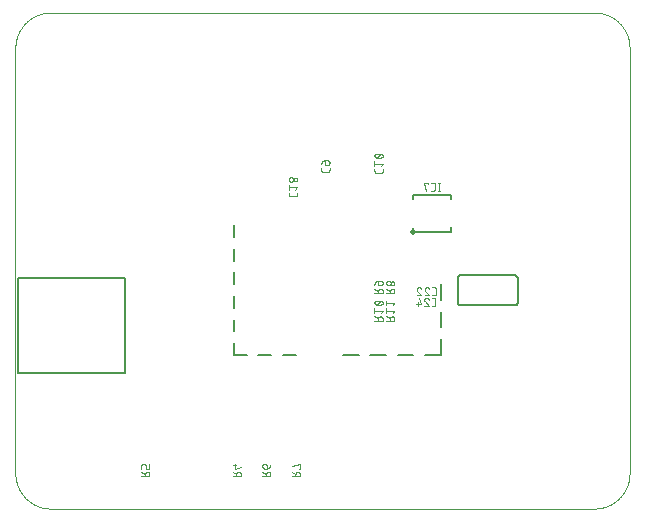
<source format=gbo>
G04 EAGLE Gerber RS-274X export*
G75*
%MOMM*%
%FSLAX35Y35*%
%LPD*%
%INsilk_bottom*%
%IPPOS*%
%AMOC8*
5,1,8,0,0,1.08239X$1,22.5*%
G01*
%ADD10C,0.000000*%
%ADD11C,0.152400*%
%ADD12C,0.050800*%
%ADD13C,0.250000*%
%ADD14C,0.127000*%


D10*
X0Y3900000D02*
X0Y300000D01*
X88Y292751D01*
X350Y285506D01*
X788Y278270D01*
X1401Y271046D01*
X2187Y263839D01*
X3148Y256653D01*
X4282Y249493D01*
X5589Y242362D01*
X7068Y235265D01*
X8717Y228205D01*
X10537Y221188D01*
X12526Y214216D01*
X14683Y207295D01*
X17006Y200428D01*
X19495Y193619D01*
X22148Y186872D01*
X24962Y180191D01*
X27938Y173580D01*
X31072Y167043D01*
X34363Y160583D01*
X37810Y154205D01*
X41409Y147912D01*
X45160Y141708D01*
X49059Y135596D01*
X53105Y129581D01*
X57295Y123664D01*
X61627Y117851D01*
X66098Y112144D01*
X70705Y106547D01*
X75447Y101063D01*
X80319Y95695D01*
X85320Y90447D01*
X90447Y85320D01*
X95695Y80319D01*
X101063Y75447D01*
X106547Y70705D01*
X112144Y66098D01*
X117851Y61627D01*
X123664Y57295D01*
X129581Y53105D01*
X135596Y49059D01*
X141708Y45160D01*
X147912Y41409D01*
X154205Y37810D01*
X160583Y34363D01*
X167043Y31072D01*
X173580Y27938D01*
X180191Y24962D01*
X186872Y22148D01*
X193619Y19495D01*
X200428Y17006D01*
X207295Y14683D01*
X214216Y12526D01*
X221188Y10537D01*
X228205Y8717D01*
X235265Y7068D01*
X242362Y5589D01*
X249493Y4282D01*
X256653Y3148D01*
X263839Y2187D01*
X271046Y1401D01*
X278270Y788D01*
X285506Y350D01*
X292751Y88D01*
X300000Y0D01*
X4900000Y0D01*
X4907249Y88D01*
X4914494Y350D01*
X4921730Y788D01*
X4928954Y1401D01*
X4936161Y2187D01*
X4943347Y3148D01*
X4950507Y4282D01*
X4957638Y5589D01*
X4964735Y7068D01*
X4971795Y8717D01*
X4978812Y10537D01*
X4985784Y12526D01*
X4992705Y14683D01*
X4999572Y17006D01*
X5006381Y19495D01*
X5013128Y22148D01*
X5019809Y24962D01*
X5026420Y27938D01*
X5032957Y31072D01*
X5039417Y34363D01*
X5045795Y37810D01*
X5052088Y41409D01*
X5058292Y45160D01*
X5064404Y49059D01*
X5070419Y53105D01*
X5076336Y57295D01*
X5082149Y61627D01*
X5087856Y66098D01*
X5093453Y70705D01*
X5098937Y75447D01*
X5104305Y80319D01*
X5109553Y85320D01*
X5114680Y90447D01*
X5119681Y95695D01*
X5124553Y101063D01*
X5129295Y106547D01*
X5133902Y112144D01*
X5138373Y117851D01*
X5142705Y123664D01*
X5146895Y129581D01*
X5150941Y135596D01*
X5154840Y141708D01*
X5158591Y147912D01*
X5162190Y154205D01*
X5165637Y160583D01*
X5168928Y167043D01*
X5172062Y173580D01*
X5175038Y180191D01*
X5177852Y186872D01*
X5180505Y193619D01*
X5182994Y200428D01*
X5185317Y207295D01*
X5187474Y214216D01*
X5189463Y221188D01*
X5191283Y228205D01*
X5192932Y235265D01*
X5194411Y242362D01*
X5195718Y249493D01*
X5196852Y256653D01*
X5197813Y263839D01*
X5198599Y271046D01*
X5199212Y278270D01*
X5199650Y285506D01*
X5199912Y292751D01*
X5200000Y300000D01*
X5200000Y3900000D01*
X5199912Y3907249D01*
X5199650Y3914494D01*
X5199212Y3921730D01*
X5198599Y3928954D01*
X5197813Y3936161D01*
X5196852Y3943347D01*
X5195718Y3950507D01*
X5194411Y3957638D01*
X5192932Y3964735D01*
X5191283Y3971795D01*
X5189463Y3978812D01*
X5187474Y3985784D01*
X5185317Y3992705D01*
X5182994Y3999572D01*
X5180505Y4006381D01*
X5177852Y4013128D01*
X5175038Y4019809D01*
X5172062Y4026420D01*
X5168928Y4032957D01*
X5165637Y4039417D01*
X5162190Y4045795D01*
X5158591Y4052088D01*
X5154840Y4058292D01*
X5150941Y4064404D01*
X5146895Y4070419D01*
X5142705Y4076336D01*
X5138373Y4082149D01*
X5133902Y4087856D01*
X5129295Y4093453D01*
X5124553Y4098937D01*
X5119681Y4104305D01*
X5114680Y4109553D01*
X5109553Y4114680D01*
X5104305Y4119681D01*
X5098937Y4124553D01*
X5093453Y4129295D01*
X5087856Y4133902D01*
X5082149Y4138373D01*
X5076336Y4142705D01*
X5070419Y4146895D01*
X5064404Y4150941D01*
X5058292Y4154840D01*
X5052088Y4158591D01*
X5045795Y4162190D01*
X5039417Y4165637D01*
X5032957Y4168928D01*
X5026420Y4172062D01*
X5019809Y4175038D01*
X5013128Y4177852D01*
X5006381Y4180505D01*
X4999572Y4182994D01*
X4992705Y4185317D01*
X4985784Y4187474D01*
X4978812Y4189463D01*
X4971795Y4191283D01*
X4964735Y4192932D01*
X4957638Y4194411D01*
X4950507Y4195718D01*
X4943347Y4196852D01*
X4936161Y4197813D01*
X4928954Y4198599D01*
X4921730Y4199212D01*
X4914494Y4199650D01*
X4907249Y4199912D01*
X4900000Y4200000D01*
X300000Y4200000D01*
X292751Y4199912D01*
X285506Y4199650D01*
X278270Y4199212D01*
X271046Y4198599D01*
X263839Y4197813D01*
X256653Y4196852D01*
X249493Y4195718D01*
X242362Y4194411D01*
X235265Y4192932D01*
X228205Y4191283D01*
X221188Y4189463D01*
X214216Y4187474D01*
X207295Y4185317D01*
X200428Y4182994D01*
X193619Y4180505D01*
X186872Y4177852D01*
X180191Y4175038D01*
X173580Y4172062D01*
X167043Y4168928D01*
X160583Y4165637D01*
X154205Y4162190D01*
X147912Y4158591D01*
X141708Y4154840D01*
X135596Y4150941D01*
X129581Y4146895D01*
X123664Y4142705D01*
X117851Y4138373D01*
X112144Y4133902D01*
X106547Y4129295D01*
X101063Y4124553D01*
X95695Y4119681D01*
X90447Y4114680D01*
X85320Y4109553D01*
X80319Y4104305D01*
X75447Y4098937D01*
X70705Y4093453D01*
X66098Y4087856D01*
X61627Y4082149D01*
X57295Y4076336D01*
X53105Y4070419D01*
X49059Y4064404D01*
X45160Y4058292D01*
X41409Y4052088D01*
X37810Y4045795D01*
X34363Y4039417D01*
X31072Y4032957D01*
X27938Y4026420D01*
X24962Y4019809D01*
X22148Y4013128D01*
X19495Y4006381D01*
X17006Y3999572D01*
X14683Y3992705D01*
X12526Y3985784D01*
X10537Y3978812D01*
X8717Y3971795D01*
X7068Y3964735D01*
X5589Y3957638D01*
X4282Y3950507D01*
X3148Y3943347D01*
X2187Y3936161D01*
X1401Y3928954D01*
X788Y3921730D01*
X350Y3914494D01*
X88Y3907249D01*
X0Y3900000D01*
D11*
X1850000Y2400000D02*
X1850000Y2300000D01*
X1850000Y2200000D02*
X1850000Y2100000D01*
X1850000Y2000000D02*
X1850000Y1900000D01*
X1850000Y1800000D02*
X1850000Y1700000D01*
X1850000Y1600000D02*
X1850000Y1500000D01*
X1850000Y1400000D02*
X1850000Y1300000D01*
X1958333Y1300000D01*
X2058333Y1300000D02*
X2166667Y1300000D01*
X2266667Y1300000D02*
X2375000Y1300000D01*
X2775000Y1300000D02*
X2906250Y1300000D01*
X3006250Y1300000D02*
X3137500Y1300000D01*
X3237500Y1300000D02*
X3368750Y1300000D01*
X3468750Y1300000D02*
X3600000Y1300000D01*
X3600000Y1433333D01*
X3600000Y1533333D02*
X3600000Y1666667D01*
X3600000Y1766667D02*
X3600000Y1900000D01*
D12*
X2590040Y2867900D02*
X2590040Y2883438D01*
X2590040Y2867900D02*
X2590045Y2867525D01*
X2590058Y2867149D01*
X2590081Y2866775D01*
X2590113Y2866400D01*
X2590153Y2866027D01*
X2590203Y2865655D01*
X2590262Y2865284D01*
X2590329Y2864915D01*
X2590406Y2864547D01*
X2590492Y2864182D01*
X2590586Y2863818D01*
X2590689Y2863457D01*
X2590800Y2863098D01*
X2590921Y2862743D01*
X2591050Y2862390D01*
X2591187Y2862041D01*
X2591333Y2861695D01*
X2591487Y2861352D01*
X2591649Y2861014D01*
X2591820Y2860679D01*
X2591998Y2860349D01*
X2592185Y2860023D01*
X2592379Y2859702D01*
X2592581Y2859385D01*
X2592790Y2859073D01*
X2593007Y2858767D01*
X2593232Y2858466D01*
X2593463Y2858170D01*
X2593702Y2857880D01*
X2593948Y2857596D01*
X2594200Y2857318D01*
X2594459Y2857047D01*
X2594725Y2856781D01*
X2594996Y2856522D01*
X2595274Y2856270D01*
X2595558Y2856024D01*
X2595848Y2855785D01*
X2596144Y2855554D01*
X2596445Y2855329D01*
X2596751Y2855112D01*
X2597063Y2854903D01*
X2597380Y2854701D01*
X2597701Y2854507D01*
X2598027Y2854320D01*
X2598357Y2854142D01*
X2598692Y2853971D01*
X2599030Y2853809D01*
X2599373Y2853655D01*
X2599719Y2853509D01*
X2600068Y2853372D01*
X2600421Y2853243D01*
X2600776Y2853122D01*
X2601135Y2853011D01*
X2601496Y2852908D01*
X2601860Y2852814D01*
X2602225Y2852728D01*
X2602593Y2852651D01*
X2602962Y2852584D01*
X2603333Y2852525D01*
X2603705Y2852475D01*
X2604078Y2852435D01*
X2604453Y2852403D01*
X2604827Y2852380D01*
X2605203Y2852367D01*
X2605578Y2852362D01*
X2605578Y2852363D02*
X2644422Y2852363D01*
X2644422Y2852362D02*
X2644803Y2852367D01*
X2645184Y2852381D01*
X2645565Y2852404D01*
X2645945Y2852437D01*
X2646324Y2852479D01*
X2646702Y2852530D01*
X2647078Y2852591D01*
X2647453Y2852661D01*
X2647826Y2852740D01*
X2648197Y2852828D01*
X2648566Y2852925D01*
X2648932Y2853031D01*
X2649296Y2853146D01*
X2649657Y2853270D01*
X2650014Y2853403D01*
X2650368Y2853545D01*
X2650719Y2853695D01*
X2651065Y2853854D01*
X2651408Y2854021D01*
X2651746Y2854197D01*
X2652081Y2854381D01*
X2652410Y2854573D01*
X2652735Y2854773D01*
X2653054Y2854981D01*
X2653369Y2855196D01*
X2653678Y2855420D01*
X2653981Y2855651D01*
X2654279Y2855889D01*
X2654571Y2856134D01*
X2654857Y2856387D01*
X2655136Y2856647D01*
X2655409Y2856913D01*
X2655675Y2857186D01*
X2655935Y2857465D01*
X2656187Y2857751D01*
X2656433Y2858043D01*
X2656671Y2858340D01*
X2656902Y2858644D01*
X2657126Y2858953D01*
X2657341Y2859267D01*
X2657549Y2859587D01*
X2657749Y2859912D01*
X2657941Y2860241D01*
X2658125Y2860575D01*
X2658301Y2860914D01*
X2658468Y2861256D01*
X2658627Y2861603D01*
X2658777Y2861954D01*
X2658919Y2862308D01*
X2659052Y2862665D01*
X2659176Y2863026D01*
X2659291Y2863389D01*
X2659397Y2863756D01*
X2659494Y2864124D01*
X2659582Y2864495D01*
X2659661Y2864868D01*
X2659731Y2865243D01*
X2659792Y2865620D01*
X2659843Y2865998D01*
X2659885Y2866377D01*
X2659918Y2866757D01*
X2659941Y2867137D01*
X2659955Y2867518D01*
X2659960Y2867900D01*
X2659960Y2883438D01*
X2621115Y2924331D02*
X2621115Y2947638D01*
X2621115Y2924331D02*
X2621120Y2923956D01*
X2621133Y2923580D01*
X2621156Y2923205D01*
X2621188Y2922831D01*
X2621228Y2922458D01*
X2621278Y2922086D01*
X2621337Y2921715D01*
X2621404Y2921346D01*
X2621481Y2920978D01*
X2621567Y2920612D01*
X2621661Y2920249D01*
X2621764Y2919888D01*
X2621876Y2919529D01*
X2621996Y2919174D01*
X2622125Y2918821D01*
X2622262Y2918472D01*
X2622408Y2918126D01*
X2622562Y2917783D01*
X2622724Y2917445D01*
X2622895Y2917110D01*
X2623073Y2916780D01*
X2623260Y2916454D01*
X2623454Y2916132D01*
X2623656Y2915816D01*
X2623866Y2915504D01*
X2624083Y2915198D01*
X2624307Y2914897D01*
X2624539Y2914601D01*
X2624777Y2914311D01*
X2625023Y2914027D01*
X2625275Y2913749D01*
X2625534Y2913477D01*
X2625800Y2913212D01*
X2626071Y2912953D01*
X2626350Y2912701D01*
X2626634Y2912455D01*
X2626923Y2912216D01*
X2627219Y2911985D01*
X2627520Y2911760D01*
X2627827Y2911543D01*
X2628138Y2911334D01*
X2628455Y2911132D01*
X2628776Y2910938D01*
X2629102Y2910751D01*
X2629432Y2910573D01*
X2629767Y2910402D01*
X2630105Y2910240D01*
X2630448Y2910086D01*
X2630794Y2909940D01*
X2631143Y2909803D01*
X2631496Y2909674D01*
X2631852Y2909553D01*
X2632210Y2909442D01*
X2632571Y2909339D01*
X2632935Y2909244D01*
X2633300Y2909159D01*
X2633668Y2909082D01*
X2634037Y2909015D01*
X2634408Y2908956D01*
X2634780Y2908906D01*
X2635154Y2908866D01*
X2635528Y2908834D01*
X2635903Y2908811D01*
X2636278Y2908798D01*
X2636653Y2908793D01*
X2640538Y2908793D01*
X2640538Y2908794D02*
X2641011Y2908800D01*
X2641484Y2908817D01*
X2641956Y2908846D01*
X2642427Y2908886D01*
X2642897Y2908938D01*
X2643366Y2909001D01*
X2643833Y2909076D01*
X2644298Y2909161D01*
X2644761Y2909259D01*
X2645221Y2909367D01*
X2645679Y2909487D01*
X2646133Y2909617D01*
X2646585Y2909759D01*
X2647032Y2909912D01*
X2647476Y2910076D01*
X2647916Y2910250D01*
X2648351Y2910435D01*
X2648782Y2910630D01*
X2649208Y2910836D01*
X2649628Y2911053D01*
X2650043Y2911279D01*
X2650453Y2911516D01*
X2650857Y2911762D01*
X2651254Y2912018D01*
X2651646Y2912284D01*
X2652030Y2912559D01*
X2652408Y2912844D01*
X2652779Y2913137D01*
X2653143Y2913440D01*
X2653499Y2913751D01*
X2653847Y2914071D01*
X2654188Y2914399D01*
X2654520Y2914736D01*
X2654844Y2915080D01*
X2655160Y2915432D01*
X2655467Y2915792D01*
X2655765Y2916159D01*
X2656054Y2916534D01*
X2656334Y2916915D01*
X2656604Y2917303D01*
X2656865Y2917698D01*
X2657116Y2918098D01*
X2657358Y2918505D01*
X2657589Y2918917D01*
X2657811Y2919335D01*
X2658022Y2919759D01*
X2658223Y2920187D01*
X2658413Y2920620D01*
X2658593Y2921057D01*
X2658762Y2921499D01*
X2658920Y2921945D01*
X2659067Y2922394D01*
X2659203Y2922847D01*
X2659328Y2923304D01*
X2659443Y2923763D01*
X2659545Y2924224D01*
X2659637Y2924688D01*
X2659717Y2925154D01*
X2659786Y2925622D01*
X2659843Y2926092D01*
X2659889Y2926563D01*
X2659924Y2927034D01*
X2659947Y2927507D01*
X2659959Y2927980D01*
X2659959Y2928452D01*
X2659947Y2928925D01*
X2659924Y2929398D01*
X2659889Y2929869D01*
X2659843Y2930340D01*
X2659786Y2930810D01*
X2659717Y2931278D01*
X2659637Y2931744D01*
X2659545Y2932208D01*
X2659443Y2932669D01*
X2659328Y2933128D01*
X2659203Y2933585D01*
X2659067Y2934038D01*
X2658920Y2934487D01*
X2658762Y2934933D01*
X2658593Y2935375D01*
X2658413Y2935812D01*
X2658223Y2936245D01*
X2658022Y2936673D01*
X2657811Y2937097D01*
X2657589Y2937515D01*
X2657358Y2937927D01*
X2657116Y2938334D01*
X2656865Y2938734D01*
X2656604Y2939129D01*
X2656334Y2939517D01*
X2656054Y2939898D01*
X2655765Y2940273D01*
X2655467Y2940640D01*
X2655160Y2941000D01*
X2654844Y2941352D01*
X2654520Y2941696D01*
X2654188Y2942033D01*
X2653847Y2942361D01*
X2653499Y2942681D01*
X2653143Y2942992D01*
X2652779Y2943295D01*
X2652408Y2943588D01*
X2652030Y2943873D01*
X2651646Y2944148D01*
X2651254Y2944414D01*
X2650857Y2944670D01*
X2650453Y2944916D01*
X2650043Y2945153D01*
X2649628Y2945379D01*
X2649208Y2945596D01*
X2648782Y2945802D01*
X2648351Y2945997D01*
X2647916Y2946182D01*
X2647476Y2946356D01*
X2647032Y2946520D01*
X2646585Y2946673D01*
X2646133Y2946815D01*
X2645679Y2946945D01*
X2645221Y2947065D01*
X2644761Y2947173D01*
X2644298Y2947271D01*
X2643833Y2947356D01*
X2643366Y2947431D01*
X2642897Y2947494D01*
X2642427Y2947546D01*
X2641956Y2947586D01*
X2641484Y2947615D01*
X2641011Y2947632D01*
X2640538Y2947638D01*
X2621115Y2947638D01*
X2620364Y2947629D01*
X2619614Y2947602D01*
X2618864Y2947556D01*
X2618116Y2947493D01*
X2617369Y2947411D01*
X2616625Y2947312D01*
X2615883Y2947194D01*
X2615144Y2947059D01*
X2614409Y2946906D01*
X2613678Y2946735D01*
X2612951Y2946546D01*
X2612229Y2946340D01*
X2611512Y2946117D01*
X2610801Y2945876D01*
X2610095Y2945619D01*
X2609396Y2945344D01*
X2608704Y2945052D01*
X2608020Y2944744D01*
X2607342Y2944419D01*
X2606673Y2944078D01*
X2606013Y2943721D01*
X2605361Y2943349D01*
X2604718Y2942960D01*
X2604085Y2942556D01*
X2603462Y2942137D01*
X2602849Y2941703D01*
X2602247Y2941254D01*
X2601656Y2940791D01*
X2601076Y2940314D01*
X2600508Y2939823D01*
X2599952Y2939318D01*
X2599408Y2938800D01*
X2598877Y2938269D01*
X2598359Y2937725D01*
X2597854Y2937169D01*
X2597363Y2936601D01*
X2596886Y2936021D01*
X2596423Y2935430D01*
X2595974Y2934828D01*
X2595540Y2934215D01*
X2595121Y2933592D01*
X2594717Y2932959D01*
X2594328Y2932316D01*
X2593956Y2931664D01*
X2593599Y2931004D01*
X2593258Y2930335D01*
X2592933Y2929657D01*
X2592625Y2928973D01*
X2592333Y2928281D01*
X2592058Y2927582D01*
X2591801Y2926876D01*
X2591560Y2926165D01*
X2591337Y2925448D01*
X2591131Y2924726D01*
X2590942Y2923999D01*
X2590771Y2923268D01*
X2590618Y2922533D01*
X2590483Y2921794D01*
X2590365Y2921052D01*
X2590266Y2920308D01*
X2590184Y2919561D01*
X2590121Y2918813D01*
X2590075Y2918063D01*
X2590048Y2917313D01*
X2590039Y2916562D01*
X3140040Y1588279D02*
X3209960Y1588279D01*
X3209960Y1607701D01*
X3209961Y1607701D02*
X3209955Y1608174D01*
X3209938Y1608647D01*
X3209909Y1609119D01*
X3209869Y1609590D01*
X3209817Y1610060D01*
X3209754Y1610529D01*
X3209679Y1610996D01*
X3209594Y1611461D01*
X3209496Y1611924D01*
X3209388Y1612385D01*
X3209268Y1612842D01*
X3209137Y1613297D01*
X3208996Y1613748D01*
X3208843Y1614196D01*
X3208679Y1614639D01*
X3208505Y1615079D01*
X3208320Y1615515D01*
X3208125Y1615945D01*
X3207919Y1616371D01*
X3207702Y1616792D01*
X3207476Y1617207D01*
X3207239Y1617617D01*
X3206993Y1618020D01*
X3206737Y1618418D01*
X3206471Y1618809D01*
X3206196Y1619194D01*
X3205911Y1619572D01*
X3205618Y1619943D01*
X3205315Y1620306D01*
X3205004Y1620662D01*
X3204684Y1621011D01*
X3204355Y1621351D01*
X3204019Y1621684D01*
X3203675Y1622008D01*
X3203322Y1622323D01*
X3202962Y1622630D01*
X3202595Y1622929D01*
X3202221Y1623218D01*
X3201839Y1623498D01*
X3201451Y1623768D01*
X3201057Y1624029D01*
X3200656Y1624280D01*
X3200250Y1624522D01*
X3199837Y1624753D01*
X3199419Y1624975D01*
X3198996Y1625186D01*
X3198567Y1625387D01*
X3198134Y1625577D01*
X3197697Y1625757D01*
X3197255Y1625926D01*
X3196809Y1626084D01*
X3196360Y1626231D01*
X3195907Y1626367D01*
X3195451Y1626492D01*
X3194992Y1626606D01*
X3194530Y1626709D01*
X3194066Y1626801D01*
X3193600Y1626881D01*
X3193132Y1626950D01*
X3192662Y1627007D01*
X3192192Y1627053D01*
X3191720Y1627088D01*
X3191247Y1627111D01*
X3190775Y1627123D01*
X3190301Y1627123D01*
X3189829Y1627111D01*
X3189356Y1627088D01*
X3188884Y1627053D01*
X3188414Y1627007D01*
X3187944Y1626950D01*
X3187476Y1626881D01*
X3187010Y1626801D01*
X3186546Y1626709D01*
X3186084Y1626606D01*
X3185625Y1626492D01*
X3185169Y1626367D01*
X3184716Y1626231D01*
X3184267Y1626084D01*
X3183821Y1625926D01*
X3183379Y1625757D01*
X3182942Y1625577D01*
X3182509Y1625387D01*
X3182080Y1625186D01*
X3181657Y1624975D01*
X3181239Y1624753D01*
X3180827Y1624522D01*
X3180420Y1624280D01*
X3180019Y1624029D01*
X3179625Y1623768D01*
X3179237Y1623498D01*
X3178855Y1623218D01*
X3178481Y1622929D01*
X3178114Y1622630D01*
X3177754Y1622323D01*
X3177401Y1622008D01*
X3177057Y1621684D01*
X3176721Y1621351D01*
X3176392Y1621011D01*
X3176072Y1620662D01*
X3175761Y1620306D01*
X3175458Y1619943D01*
X3175165Y1619572D01*
X3174880Y1619194D01*
X3174605Y1618809D01*
X3174339Y1618418D01*
X3174083Y1618020D01*
X3173837Y1617617D01*
X3173600Y1617207D01*
X3173374Y1616792D01*
X3173157Y1616371D01*
X3172951Y1615945D01*
X3172756Y1615515D01*
X3172571Y1615079D01*
X3172397Y1614639D01*
X3172233Y1614196D01*
X3172080Y1613748D01*
X3171939Y1613297D01*
X3171808Y1612842D01*
X3171688Y1612385D01*
X3171580Y1611924D01*
X3171482Y1611461D01*
X3171397Y1610996D01*
X3171322Y1610529D01*
X3171259Y1610060D01*
X3171207Y1609590D01*
X3171167Y1609119D01*
X3171138Y1608647D01*
X3171121Y1608174D01*
X3171115Y1607701D01*
X3171115Y1588279D01*
X3171115Y1611585D02*
X3140040Y1627123D01*
X3194422Y1655377D02*
X3209960Y1674799D01*
X3140040Y1674799D01*
X3140040Y1655377D02*
X3140040Y1694222D01*
X3194422Y1722877D02*
X3209960Y1742299D01*
X3140040Y1742299D01*
X3140040Y1722877D02*
X3140040Y1761722D01*
X3109960Y1588278D02*
X3040040Y1588278D01*
X3109960Y1588278D02*
X3109960Y1607701D01*
X3109961Y1607701D02*
X3109955Y1608174D01*
X3109938Y1608647D01*
X3109909Y1609119D01*
X3109869Y1609590D01*
X3109817Y1610060D01*
X3109754Y1610529D01*
X3109679Y1610996D01*
X3109594Y1611461D01*
X3109496Y1611924D01*
X3109388Y1612385D01*
X3109268Y1612842D01*
X3109137Y1613297D01*
X3108996Y1613748D01*
X3108843Y1614196D01*
X3108679Y1614639D01*
X3108505Y1615079D01*
X3108320Y1615515D01*
X3108125Y1615945D01*
X3107919Y1616371D01*
X3107702Y1616792D01*
X3107476Y1617207D01*
X3107239Y1617617D01*
X3106993Y1618020D01*
X3106737Y1618418D01*
X3106471Y1618809D01*
X3106196Y1619194D01*
X3105911Y1619572D01*
X3105618Y1619943D01*
X3105315Y1620306D01*
X3105004Y1620662D01*
X3104684Y1621011D01*
X3104355Y1621351D01*
X3104019Y1621684D01*
X3103675Y1622008D01*
X3103322Y1622323D01*
X3102962Y1622630D01*
X3102595Y1622929D01*
X3102221Y1623218D01*
X3101839Y1623498D01*
X3101451Y1623768D01*
X3101057Y1624029D01*
X3100656Y1624280D01*
X3100250Y1624522D01*
X3099837Y1624753D01*
X3099419Y1624975D01*
X3098996Y1625186D01*
X3098567Y1625387D01*
X3098134Y1625577D01*
X3097697Y1625757D01*
X3097255Y1625926D01*
X3096809Y1626084D01*
X3096360Y1626231D01*
X3095907Y1626367D01*
X3095451Y1626492D01*
X3094992Y1626606D01*
X3094530Y1626709D01*
X3094066Y1626801D01*
X3093600Y1626881D01*
X3093132Y1626950D01*
X3092662Y1627007D01*
X3092192Y1627053D01*
X3091720Y1627088D01*
X3091247Y1627111D01*
X3090775Y1627123D01*
X3090301Y1627123D01*
X3089829Y1627111D01*
X3089356Y1627088D01*
X3088884Y1627053D01*
X3088414Y1627007D01*
X3087944Y1626950D01*
X3087476Y1626881D01*
X3087010Y1626801D01*
X3086546Y1626709D01*
X3086084Y1626606D01*
X3085625Y1626492D01*
X3085169Y1626367D01*
X3084716Y1626231D01*
X3084267Y1626084D01*
X3083821Y1625926D01*
X3083379Y1625757D01*
X3082942Y1625577D01*
X3082509Y1625387D01*
X3082080Y1625186D01*
X3081657Y1624975D01*
X3081239Y1624753D01*
X3080827Y1624522D01*
X3080420Y1624280D01*
X3080019Y1624029D01*
X3079625Y1623768D01*
X3079237Y1623498D01*
X3078855Y1623218D01*
X3078481Y1622929D01*
X3078114Y1622630D01*
X3077754Y1622323D01*
X3077401Y1622008D01*
X3077057Y1621684D01*
X3076721Y1621351D01*
X3076392Y1621011D01*
X3076072Y1620662D01*
X3075761Y1620306D01*
X3075458Y1619943D01*
X3075165Y1619572D01*
X3074880Y1619194D01*
X3074605Y1618809D01*
X3074339Y1618418D01*
X3074083Y1618020D01*
X3073837Y1617617D01*
X3073600Y1617207D01*
X3073374Y1616792D01*
X3073157Y1616371D01*
X3072951Y1615945D01*
X3072756Y1615515D01*
X3072571Y1615079D01*
X3072397Y1614639D01*
X3072233Y1614196D01*
X3072080Y1613748D01*
X3071939Y1613297D01*
X3071808Y1612842D01*
X3071688Y1612385D01*
X3071580Y1611924D01*
X3071482Y1611461D01*
X3071397Y1610996D01*
X3071322Y1610529D01*
X3071259Y1610060D01*
X3071207Y1609590D01*
X3071167Y1609119D01*
X3071138Y1608647D01*
X3071121Y1608174D01*
X3071115Y1607701D01*
X3071115Y1588278D01*
X3071115Y1611585D02*
X3040040Y1627123D01*
X3094422Y1655377D02*
X3109960Y1674799D01*
X3040040Y1674799D01*
X3040040Y1655377D02*
X3040040Y1694221D01*
X3075000Y1722877D02*
X3076375Y1722893D01*
X3077750Y1722943D01*
X3079123Y1723025D01*
X3080494Y1723140D01*
X3081861Y1723287D01*
X3083225Y1723467D01*
X3084584Y1723680D01*
X3085938Y1723925D01*
X3087285Y1724202D01*
X3088625Y1724511D01*
X3089958Y1724852D01*
X3091282Y1725225D01*
X3092597Y1725630D01*
X3093901Y1726065D01*
X3095195Y1726532D01*
X3096478Y1727030D01*
X3097748Y1727557D01*
X3099005Y1728116D01*
X3100249Y1728704D01*
X3100249Y1728703D02*
X3100579Y1728820D01*
X3100905Y1728946D01*
X3101228Y1729079D01*
X3101548Y1729220D01*
X3101864Y1729369D01*
X3102177Y1729525D01*
X3102486Y1729689D01*
X3102790Y1729861D01*
X3103091Y1730040D01*
X3103387Y1730226D01*
X3103678Y1730419D01*
X3103965Y1730619D01*
X3104246Y1730826D01*
X3104523Y1731040D01*
X3104794Y1731261D01*
X3105060Y1731488D01*
X3105320Y1731722D01*
X3105574Y1731962D01*
X3105823Y1732208D01*
X3106065Y1732459D01*
X3106301Y1732717D01*
X3106531Y1732981D01*
X3106754Y1733249D01*
X3106971Y1733524D01*
X3107181Y1733803D01*
X3107384Y1734088D01*
X3107581Y1734377D01*
X3107770Y1734671D01*
X3107952Y1734970D01*
X3108126Y1735272D01*
X3108294Y1735579D01*
X3108453Y1735890D01*
X3108605Y1736205D01*
X3108750Y1736524D01*
X3108886Y1736845D01*
X3109015Y1737171D01*
X3109136Y1737499D01*
X3109248Y1737830D01*
X3109353Y1738163D01*
X3109450Y1738499D01*
X3109538Y1738837D01*
X3109618Y1739178D01*
X3109690Y1739520D01*
X3109753Y1739864D01*
X3109808Y1740209D01*
X3109855Y1740555D01*
X3109893Y1740903D01*
X3109923Y1741251D01*
X3109944Y1741600D01*
X3109957Y1741949D01*
X3109961Y1742299D01*
X3109960Y1742299D02*
X3109956Y1742649D01*
X3109943Y1742998D01*
X3109922Y1743347D01*
X3109892Y1743695D01*
X3109854Y1744043D01*
X3109807Y1744389D01*
X3109752Y1744734D01*
X3109689Y1745078D01*
X3109617Y1745420D01*
X3109537Y1745761D01*
X3109449Y1746099D01*
X3109352Y1746435D01*
X3109247Y1746768D01*
X3109135Y1747099D01*
X3109014Y1747427D01*
X3108885Y1747752D01*
X3108749Y1748074D01*
X3108604Y1748392D01*
X3108452Y1748707D01*
X3108293Y1749018D01*
X3108125Y1749325D01*
X3107951Y1749628D01*
X3107769Y1749927D01*
X3107580Y1750221D01*
X3107384Y1750510D01*
X3107180Y1750794D01*
X3106970Y1751074D01*
X3106754Y1751348D01*
X3106530Y1751617D01*
X3106300Y1751880D01*
X3106064Y1752138D01*
X3105822Y1752390D01*
X3105573Y1752636D01*
X3105319Y1752876D01*
X3105059Y1753109D01*
X3104793Y1753336D01*
X3104522Y1753557D01*
X3104245Y1753771D01*
X3103964Y1753978D01*
X3103677Y1754178D01*
X3103386Y1754372D01*
X3103090Y1754558D01*
X3102790Y1754737D01*
X3102485Y1754908D01*
X3102176Y1755072D01*
X3101864Y1755228D01*
X3101547Y1755377D01*
X3101227Y1755518D01*
X3100904Y1755652D01*
X3100578Y1755777D01*
X3100249Y1755894D01*
X3099005Y1756482D01*
X3097748Y1757040D01*
X3096478Y1757568D01*
X3095195Y1758066D01*
X3093901Y1758532D01*
X3092597Y1758968D01*
X3091282Y1759373D01*
X3089958Y1759746D01*
X3088625Y1760087D01*
X3087285Y1760396D01*
X3085938Y1760673D01*
X3084584Y1760918D01*
X3083225Y1761131D01*
X3081862Y1761311D01*
X3080494Y1761458D01*
X3079123Y1761573D01*
X3077750Y1761655D01*
X3076375Y1761705D01*
X3075000Y1761721D01*
X3075000Y1722876D02*
X3073625Y1722892D01*
X3072250Y1722942D01*
X3070877Y1723024D01*
X3069506Y1723139D01*
X3068138Y1723286D01*
X3066775Y1723466D01*
X3065416Y1723679D01*
X3064062Y1723924D01*
X3062715Y1724201D01*
X3061374Y1724510D01*
X3060042Y1724851D01*
X3058718Y1725224D01*
X3057403Y1725629D01*
X3056098Y1726064D01*
X3054804Y1726531D01*
X3053522Y1727029D01*
X3052252Y1727556D01*
X3050994Y1728115D01*
X3049751Y1728703D01*
X3049422Y1728820D01*
X3049096Y1728946D01*
X3048772Y1729079D01*
X3048453Y1729220D01*
X3048136Y1729369D01*
X3047824Y1729525D01*
X3047515Y1729689D01*
X3047210Y1729861D01*
X3046910Y1730040D01*
X3046614Y1730226D01*
X3046323Y1730419D01*
X3046036Y1730619D01*
X3045755Y1730827D01*
X3045478Y1731041D01*
X3045207Y1731261D01*
X3044941Y1731488D01*
X3044681Y1731722D01*
X3044427Y1731962D01*
X3044178Y1732208D01*
X3043936Y1732460D01*
X3043700Y1732717D01*
X3043470Y1732981D01*
X3043246Y1733250D01*
X3043030Y1733524D01*
X3042820Y1733803D01*
X3042616Y1734088D01*
X3042420Y1734377D01*
X3042231Y1734671D01*
X3042049Y1734970D01*
X3041875Y1735273D01*
X3041707Y1735580D01*
X3041548Y1735891D01*
X3041396Y1736205D01*
X3041251Y1736524D01*
X3041115Y1736846D01*
X3040986Y1737171D01*
X3040865Y1737499D01*
X3040753Y1737830D01*
X3040648Y1738163D01*
X3040551Y1738499D01*
X3040463Y1738837D01*
X3040383Y1739178D01*
X3040311Y1739520D01*
X3040248Y1739864D01*
X3040193Y1740209D01*
X3040146Y1740555D01*
X3040108Y1740903D01*
X3040078Y1741251D01*
X3040057Y1741600D01*
X3040044Y1741949D01*
X3040040Y1742299D01*
X3049751Y1755895D02*
X3050994Y1756483D01*
X3052252Y1757041D01*
X3053522Y1757569D01*
X3054804Y1758067D01*
X3056098Y1758533D01*
X3057403Y1758969D01*
X3058718Y1759374D01*
X3060042Y1759747D01*
X3061374Y1760088D01*
X3062715Y1760397D01*
X3064062Y1760674D01*
X3065416Y1760919D01*
X3066775Y1761132D01*
X3068138Y1761312D01*
X3069506Y1761459D01*
X3070877Y1761574D01*
X3072250Y1761656D01*
X3073625Y1761706D01*
X3075000Y1761722D01*
X3049751Y1755894D02*
X3049422Y1755777D01*
X3049095Y1755651D01*
X3048772Y1755518D01*
X3048452Y1755377D01*
X3048136Y1755228D01*
X3047824Y1755072D01*
X3047515Y1754908D01*
X3047210Y1754736D01*
X3046910Y1754558D01*
X3046614Y1754371D01*
X3046323Y1754178D01*
X3046036Y1753978D01*
X3045755Y1753771D01*
X3045478Y1753557D01*
X3045207Y1753336D01*
X3044941Y1753109D01*
X3044681Y1752876D01*
X3044427Y1752636D01*
X3044178Y1752390D01*
X3043936Y1752138D01*
X3043700Y1751880D01*
X3043470Y1751617D01*
X3043246Y1751348D01*
X3043030Y1751074D01*
X3042820Y1750794D01*
X3042616Y1750510D01*
X3042420Y1750221D01*
X3042231Y1749927D01*
X3042049Y1749628D01*
X3041875Y1749325D01*
X3041707Y1749018D01*
X3041548Y1748707D01*
X3041396Y1748392D01*
X3041251Y1748074D01*
X3041115Y1747752D01*
X3040986Y1747427D01*
X3040865Y1747099D01*
X3040753Y1746768D01*
X3040648Y1746435D01*
X3040551Y1746099D01*
X3040463Y1745760D01*
X3040383Y1745420D01*
X3040311Y1745078D01*
X3040248Y1744734D01*
X3040193Y1744389D01*
X3040146Y1744043D01*
X3040108Y1743695D01*
X3040078Y1743347D01*
X3040057Y1742998D01*
X3040044Y1742649D01*
X3040040Y1742299D01*
X3055578Y1726761D02*
X3094422Y1757837D01*
X3040040Y2859150D02*
X3040040Y2874688D01*
X3040040Y2859150D02*
X3040045Y2858775D01*
X3040058Y2858399D01*
X3040081Y2858025D01*
X3040113Y2857650D01*
X3040153Y2857277D01*
X3040203Y2856905D01*
X3040262Y2856534D01*
X3040329Y2856165D01*
X3040406Y2855797D01*
X3040492Y2855432D01*
X3040586Y2855068D01*
X3040689Y2854707D01*
X3040800Y2854348D01*
X3040921Y2853993D01*
X3041050Y2853640D01*
X3041187Y2853291D01*
X3041333Y2852945D01*
X3041487Y2852602D01*
X3041649Y2852264D01*
X3041820Y2851929D01*
X3041998Y2851599D01*
X3042185Y2851273D01*
X3042379Y2850952D01*
X3042581Y2850635D01*
X3042790Y2850323D01*
X3043007Y2850017D01*
X3043232Y2849716D01*
X3043463Y2849420D01*
X3043702Y2849130D01*
X3043948Y2848846D01*
X3044200Y2848568D01*
X3044459Y2848297D01*
X3044725Y2848031D01*
X3044996Y2847772D01*
X3045274Y2847520D01*
X3045558Y2847274D01*
X3045848Y2847035D01*
X3046144Y2846804D01*
X3046445Y2846579D01*
X3046751Y2846362D01*
X3047063Y2846153D01*
X3047380Y2845951D01*
X3047701Y2845757D01*
X3048027Y2845570D01*
X3048357Y2845392D01*
X3048692Y2845221D01*
X3049030Y2845059D01*
X3049373Y2844905D01*
X3049719Y2844759D01*
X3050068Y2844622D01*
X3050421Y2844493D01*
X3050776Y2844372D01*
X3051135Y2844261D01*
X3051496Y2844158D01*
X3051860Y2844064D01*
X3052225Y2843978D01*
X3052593Y2843901D01*
X3052962Y2843834D01*
X3053333Y2843775D01*
X3053705Y2843725D01*
X3054078Y2843685D01*
X3054453Y2843653D01*
X3054827Y2843630D01*
X3055203Y2843617D01*
X3055578Y2843612D01*
X3094422Y2843612D01*
X3094803Y2843617D01*
X3095184Y2843631D01*
X3095565Y2843654D01*
X3095945Y2843687D01*
X3096324Y2843729D01*
X3096702Y2843780D01*
X3097078Y2843841D01*
X3097453Y2843911D01*
X3097826Y2843990D01*
X3098197Y2844078D01*
X3098566Y2844175D01*
X3098932Y2844281D01*
X3099296Y2844396D01*
X3099657Y2844520D01*
X3100014Y2844653D01*
X3100368Y2844795D01*
X3100719Y2844945D01*
X3101065Y2845104D01*
X3101408Y2845271D01*
X3101746Y2845447D01*
X3102081Y2845631D01*
X3102410Y2845823D01*
X3102735Y2846023D01*
X3103054Y2846231D01*
X3103369Y2846446D01*
X3103678Y2846670D01*
X3103981Y2846901D01*
X3104279Y2847139D01*
X3104571Y2847384D01*
X3104857Y2847637D01*
X3105136Y2847897D01*
X3105409Y2848163D01*
X3105675Y2848436D01*
X3105935Y2848715D01*
X3106187Y2849001D01*
X3106433Y2849293D01*
X3106671Y2849590D01*
X3106902Y2849894D01*
X3107126Y2850203D01*
X3107341Y2850517D01*
X3107549Y2850837D01*
X3107749Y2851162D01*
X3107941Y2851491D01*
X3108125Y2851825D01*
X3108301Y2852164D01*
X3108468Y2852506D01*
X3108627Y2852853D01*
X3108777Y2853204D01*
X3108919Y2853558D01*
X3109052Y2853915D01*
X3109176Y2854276D01*
X3109291Y2854639D01*
X3109397Y2855006D01*
X3109494Y2855374D01*
X3109582Y2855745D01*
X3109661Y2856118D01*
X3109731Y2856493D01*
X3109792Y2856870D01*
X3109843Y2857248D01*
X3109885Y2857627D01*
X3109918Y2858007D01*
X3109941Y2858387D01*
X3109955Y2858768D01*
X3109960Y2859150D01*
X3109960Y2874688D01*
X3094422Y2900043D02*
X3109960Y2919465D01*
X3040040Y2919465D01*
X3040040Y2900043D02*
X3040040Y2938888D01*
X3075000Y2967544D02*
X3076375Y2967560D01*
X3077750Y2967610D01*
X3079123Y2967692D01*
X3080494Y2967807D01*
X3081861Y2967954D01*
X3083225Y2968134D01*
X3084584Y2968347D01*
X3085938Y2968592D01*
X3087285Y2968869D01*
X3088625Y2969178D01*
X3089958Y2969519D01*
X3091282Y2969892D01*
X3092597Y2970297D01*
X3093901Y2970732D01*
X3095195Y2971199D01*
X3096478Y2971697D01*
X3097748Y2972224D01*
X3099005Y2972783D01*
X3100249Y2973371D01*
X3100249Y2973369D02*
X3100579Y2973486D01*
X3100905Y2973612D01*
X3101228Y2973745D01*
X3101548Y2973886D01*
X3101864Y2974035D01*
X3102177Y2974191D01*
X3102486Y2974355D01*
X3102790Y2974527D01*
X3103091Y2974706D01*
X3103387Y2974892D01*
X3103678Y2975085D01*
X3103965Y2975285D01*
X3104246Y2975492D01*
X3104523Y2975706D01*
X3104794Y2975927D01*
X3105060Y2976154D01*
X3105320Y2976388D01*
X3105574Y2976628D01*
X3105823Y2976874D01*
X3106065Y2977125D01*
X3106301Y2977383D01*
X3106531Y2977647D01*
X3106754Y2977915D01*
X3106971Y2978190D01*
X3107181Y2978469D01*
X3107384Y2978754D01*
X3107581Y2979043D01*
X3107770Y2979337D01*
X3107952Y2979636D01*
X3108126Y2979938D01*
X3108294Y2980245D01*
X3108453Y2980556D01*
X3108605Y2980871D01*
X3108750Y2981190D01*
X3108886Y2981511D01*
X3109015Y2981837D01*
X3109136Y2982165D01*
X3109248Y2982496D01*
X3109353Y2982829D01*
X3109450Y2983165D01*
X3109538Y2983503D01*
X3109618Y2983844D01*
X3109690Y2984186D01*
X3109753Y2984530D01*
X3109808Y2984875D01*
X3109855Y2985221D01*
X3109893Y2985569D01*
X3109923Y2985917D01*
X3109944Y2986266D01*
X3109957Y2986615D01*
X3109961Y2986965D01*
X3109960Y2986965D02*
X3109956Y2987315D01*
X3109943Y2987664D01*
X3109922Y2988013D01*
X3109892Y2988361D01*
X3109854Y2988709D01*
X3109807Y2989055D01*
X3109752Y2989400D01*
X3109689Y2989744D01*
X3109617Y2990086D01*
X3109537Y2990427D01*
X3109449Y2990765D01*
X3109352Y2991101D01*
X3109247Y2991434D01*
X3109135Y2991765D01*
X3109014Y2992093D01*
X3108885Y2992418D01*
X3108749Y2992740D01*
X3108604Y2993058D01*
X3108452Y2993373D01*
X3108293Y2993684D01*
X3108125Y2993991D01*
X3107951Y2994294D01*
X3107769Y2994593D01*
X3107580Y2994887D01*
X3107384Y2995176D01*
X3107180Y2995460D01*
X3106970Y2995740D01*
X3106754Y2996014D01*
X3106530Y2996283D01*
X3106300Y2996546D01*
X3106064Y2996804D01*
X3105822Y2997056D01*
X3105573Y2997302D01*
X3105319Y2997542D01*
X3105059Y2997775D01*
X3104793Y2998002D01*
X3104522Y2998223D01*
X3104245Y2998437D01*
X3103964Y2998644D01*
X3103677Y2998844D01*
X3103386Y2999038D01*
X3103090Y2999224D01*
X3102790Y2999403D01*
X3102485Y2999574D01*
X3102176Y2999738D01*
X3101864Y2999894D01*
X3101547Y3000043D01*
X3101227Y3000184D01*
X3100904Y3000318D01*
X3100578Y3000443D01*
X3100249Y3000560D01*
X3100249Y3000561D02*
X3099005Y3001149D01*
X3097748Y3001707D01*
X3096478Y3002235D01*
X3095195Y3002733D01*
X3093901Y3003199D01*
X3092597Y3003635D01*
X3091282Y3004040D01*
X3089958Y3004413D01*
X3088625Y3004754D01*
X3087285Y3005063D01*
X3085938Y3005340D01*
X3084584Y3005585D01*
X3083225Y3005798D01*
X3081862Y3005978D01*
X3080494Y3006125D01*
X3079123Y3006240D01*
X3077750Y3006322D01*
X3076375Y3006372D01*
X3075000Y3006388D01*
X3075000Y2967543D02*
X3073625Y2967559D01*
X3072250Y2967609D01*
X3070877Y2967691D01*
X3069506Y2967806D01*
X3068138Y2967953D01*
X3066775Y2968133D01*
X3065416Y2968346D01*
X3064062Y2968591D01*
X3062715Y2968868D01*
X3061374Y2969177D01*
X3060042Y2969518D01*
X3058718Y2969891D01*
X3057403Y2970296D01*
X3056098Y2970731D01*
X3054804Y2971198D01*
X3053522Y2971696D01*
X3052252Y2972223D01*
X3050994Y2972782D01*
X3049751Y2973370D01*
X3049751Y2973369D02*
X3049422Y2973486D01*
X3049096Y2973612D01*
X3048772Y2973745D01*
X3048453Y2973886D01*
X3048136Y2974035D01*
X3047824Y2974191D01*
X3047515Y2974355D01*
X3047210Y2974527D01*
X3046910Y2974706D01*
X3046614Y2974892D01*
X3046323Y2975085D01*
X3046036Y2975285D01*
X3045755Y2975493D01*
X3045478Y2975707D01*
X3045207Y2975927D01*
X3044941Y2976154D01*
X3044681Y2976388D01*
X3044427Y2976628D01*
X3044178Y2976874D01*
X3043936Y2977126D01*
X3043700Y2977383D01*
X3043470Y2977647D01*
X3043246Y2977916D01*
X3043030Y2978190D01*
X3042820Y2978469D01*
X3042616Y2978754D01*
X3042420Y2979043D01*
X3042231Y2979337D01*
X3042049Y2979636D01*
X3041875Y2979939D01*
X3041707Y2980246D01*
X3041548Y2980557D01*
X3041396Y2980871D01*
X3041251Y2981190D01*
X3041115Y2981512D01*
X3040986Y2981837D01*
X3040865Y2982165D01*
X3040753Y2982496D01*
X3040648Y2982829D01*
X3040551Y2983165D01*
X3040463Y2983503D01*
X3040383Y2983844D01*
X3040311Y2984186D01*
X3040248Y2984530D01*
X3040193Y2984875D01*
X3040146Y2985221D01*
X3040108Y2985569D01*
X3040078Y2985917D01*
X3040057Y2986266D01*
X3040044Y2986615D01*
X3040040Y2986965D01*
X3049751Y3000561D02*
X3050994Y3001149D01*
X3052252Y3001707D01*
X3053522Y3002235D01*
X3054804Y3002733D01*
X3056098Y3003199D01*
X3057403Y3003635D01*
X3058718Y3004040D01*
X3060042Y3004413D01*
X3061374Y3004754D01*
X3062715Y3005063D01*
X3064062Y3005340D01*
X3065416Y3005585D01*
X3066775Y3005798D01*
X3068138Y3005978D01*
X3069506Y3006125D01*
X3070877Y3006240D01*
X3072250Y3006322D01*
X3073625Y3006372D01*
X3075000Y3006388D01*
X3049751Y3000560D02*
X3049422Y3000443D01*
X3049095Y3000317D01*
X3048772Y3000184D01*
X3048452Y3000043D01*
X3048136Y2999894D01*
X3047824Y2999738D01*
X3047515Y2999574D01*
X3047210Y2999402D01*
X3046910Y2999224D01*
X3046614Y2999037D01*
X3046323Y2998844D01*
X3046036Y2998644D01*
X3045755Y2998437D01*
X3045478Y2998223D01*
X3045207Y2998002D01*
X3044941Y2997775D01*
X3044681Y2997542D01*
X3044427Y2997302D01*
X3044178Y2997056D01*
X3043936Y2996804D01*
X3043700Y2996546D01*
X3043470Y2996283D01*
X3043246Y2996014D01*
X3043030Y2995740D01*
X3042820Y2995460D01*
X3042616Y2995176D01*
X3042420Y2994887D01*
X3042231Y2994593D01*
X3042049Y2994294D01*
X3041875Y2993991D01*
X3041707Y2993684D01*
X3041548Y2993373D01*
X3041396Y2993058D01*
X3041251Y2992740D01*
X3041115Y2992418D01*
X3040986Y2992093D01*
X3040865Y2991765D01*
X3040753Y2991434D01*
X3040648Y2991101D01*
X3040551Y2990765D01*
X3040463Y2990426D01*
X3040383Y2990086D01*
X3040311Y2989744D01*
X3040248Y2989400D01*
X3040193Y2989055D01*
X3040146Y2988709D01*
X3040108Y2988361D01*
X3040078Y2988013D01*
X3040057Y2987664D01*
X3040044Y2987315D01*
X3040040Y2986965D01*
X3055578Y2971428D02*
X3094422Y3002503D01*
X3109960Y1822028D02*
X3040040Y1822028D01*
X3109960Y1822028D02*
X3109960Y1841451D01*
X3109961Y1841451D02*
X3109955Y1841924D01*
X3109938Y1842397D01*
X3109909Y1842869D01*
X3109869Y1843340D01*
X3109817Y1843810D01*
X3109754Y1844279D01*
X3109679Y1844746D01*
X3109594Y1845211D01*
X3109496Y1845674D01*
X3109388Y1846135D01*
X3109268Y1846592D01*
X3109137Y1847047D01*
X3108996Y1847498D01*
X3108843Y1847946D01*
X3108679Y1848389D01*
X3108505Y1848829D01*
X3108320Y1849265D01*
X3108125Y1849695D01*
X3107919Y1850121D01*
X3107702Y1850542D01*
X3107476Y1850957D01*
X3107239Y1851367D01*
X3106993Y1851770D01*
X3106737Y1852168D01*
X3106471Y1852559D01*
X3106196Y1852944D01*
X3105911Y1853322D01*
X3105618Y1853693D01*
X3105315Y1854056D01*
X3105004Y1854412D01*
X3104684Y1854761D01*
X3104355Y1855101D01*
X3104019Y1855434D01*
X3103675Y1855758D01*
X3103322Y1856073D01*
X3102962Y1856380D01*
X3102595Y1856679D01*
X3102221Y1856968D01*
X3101839Y1857248D01*
X3101451Y1857518D01*
X3101057Y1857779D01*
X3100656Y1858030D01*
X3100250Y1858272D01*
X3099837Y1858503D01*
X3099419Y1858725D01*
X3098996Y1858936D01*
X3098567Y1859137D01*
X3098134Y1859327D01*
X3097697Y1859507D01*
X3097255Y1859676D01*
X3096809Y1859834D01*
X3096360Y1859981D01*
X3095907Y1860117D01*
X3095451Y1860242D01*
X3094992Y1860356D01*
X3094530Y1860459D01*
X3094066Y1860551D01*
X3093600Y1860631D01*
X3093132Y1860700D01*
X3092662Y1860757D01*
X3092192Y1860803D01*
X3091720Y1860838D01*
X3091247Y1860861D01*
X3090775Y1860873D01*
X3090301Y1860873D01*
X3089829Y1860861D01*
X3089356Y1860838D01*
X3088884Y1860803D01*
X3088414Y1860757D01*
X3087944Y1860700D01*
X3087476Y1860631D01*
X3087010Y1860551D01*
X3086546Y1860459D01*
X3086084Y1860356D01*
X3085625Y1860242D01*
X3085169Y1860117D01*
X3084716Y1859981D01*
X3084267Y1859834D01*
X3083821Y1859676D01*
X3083379Y1859507D01*
X3082942Y1859327D01*
X3082509Y1859137D01*
X3082080Y1858936D01*
X3081657Y1858725D01*
X3081239Y1858503D01*
X3080827Y1858272D01*
X3080420Y1858030D01*
X3080019Y1857779D01*
X3079625Y1857518D01*
X3079237Y1857248D01*
X3078855Y1856968D01*
X3078481Y1856679D01*
X3078114Y1856380D01*
X3077754Y1856073D01*
X3077401Y1855758D01*
X3077057Y1855434D01*
X3076721Y1855101D01*
X3076392Y1854761D01*
X3076072Y1854412D01*
X3075761Y1854056D01*
X3075458Y1853693D01*
X3075165Y1853322D01*
X3074880Y1852944D01*
X3074605Y1852559D01*
X3074339Y1852168D01*
X3074083Y1851770D01*
X3073837Y1851367D01*
X3073600Y1850957D01*
X3073374Y1850542D01*
X3073157Y1850121D01*
X3072951Y1849695D01*
X3072756Y1849265D01*
X3072571Y1848829D01*
X3072397Y1848389D01*
X3072233Y1847946D01*
X3072080Y1847498D01*
X3071939Y1847047D01*
X3071808Y1846592D01*
X3071688Y1846135D01*
X3071580Y1845674D01*
X3071482Y1845211D01*
X3071397Y1844746D01*
X3071322Y1844279D01*
X3071259Y1843810D01*
X3071207Y1843340D01*
X3071167Y1842869D01*
X3071138Y1842397D01*
X3071121Y1841924D01*
X3071115Y1841451D01*
X3071115Y1822028D01*
X3071115Y1845335D02*
X3040040Y1860873D01*
X3071115Y1904664D02*
X3071115Y1927971D01*
X3071115Y1904664D02*
X3071120Y1904289D01*
X3071133Y1903913D01*
X3071156Y1903538D01*
X3071188Y1903164D01*
X3071228Y1902791D01*
X3071278Y1902419D01*
X3071337Y1902048D01*
X3071404Y1901679D01*
X3071481Y1901311D01*
X3071567Y1900945D01*
X3071661Y1900582D01*
X3071764Y1900221D01*
X3071876Y1899862D01*
X3071996Y1899507D01*
X3072125Y1899154D01*
X3072262Y1898805D01*
X3072408Y1898459D01*
X3072562Y1898116D01*
X3072724Y1897778D01*
X3072895Y1897443D01*
X3073073Y1897113D01*
X3073260Y1896787D01*
X3073454Y1896465D01*
X3073656Y1896149D01*
X3073866Y1895837D01*
X3074083Y1895531D01*
X3074307Y1895230D01*
X3074539Y1894934D01*
X3074777Y1894644D01*
X3075023Y1894360D01*
X3075275Y1894082D01*
X3075534Y1893810D01*
X3075800Y1893545D01*
X3076071Y1893286D01*
X3076350Y1893034D01*
X3076634Y1892788D01*
X3076923Y1892549D01*
X3077219Y1892318D01*
X3077520Y1892093D01*
X3077827Y1891876D01*
X3078138Y1891667D01*
X3078455Y1891465D01*
X3078776Y1891271D01*
X3079102Y1891084D01*
X3079432Y1890906D01*
X3079767Y1890735D01*
X3080105Y1890573D01*
X3080448Y1890419D01*
X3080794Y1890273D01*
X3081143Y1890136D01*
X3081496Y1890007D01*
X3081852Y1889886D01*
X3082210Y1889775D01*
X3082571Y1889672D01*
X3082935Y1889577D01*
X3083300Y1889492D01*
X3083668Y1889415D01*
X3084037Y1889348D01*
X3084408Y1889289D01*
X3084780Y1889239D01*
X3085154Y1889199D01*
X3085528Y1889167D01*
X3085903Y1889144D01*
X3086278Y1889131D01*
X3086653Y1889126D01*
X3086653Y1889127D02*
X3090538Y1889127D01*
X3091011Y1889133D01*
X3091484Y1889150D01*
X3091956Y1889179D01*
X3092427Y1889219D01*
X3092897Y1889271D01*
X3093366Y1889334D01*
X3093833Y1889409D01*
X3094298Y1889494D01*
X3094761Y1889592D01*
X3095221Y1889700D01*
X3095679Y1889820D01*
X3096133Y1889950D01*
X3096585Y1890092D01*
X3097032Y1890245D01*
X3097476Y1890409D01*
X3097916Y1890583D01*
X3098351Y1890768D01*
X3098782Y1890963D01*
X3099208Y1891169D01*
X3099628Y1891386D01*
X3100043Y1891612D01*
X3100453Y1891849D01*
X3100857Y1892095D01*
X3101254Y1892351D01*
X3101646Y1892617D01*
X3102030Y1892892D01*
X3102408Y1893177D01*
X3102779Y1893470D01*
X3103143Y1893773D01*
X3103499Y1894084D01*
X3103847Y1894404D01*
X3104188Y1894732D01*
X3104520Y1895069D01*
X3104844Y1895413D01*
X3105160Y1895765D01*
X3105467Y1896125D01*
X3105765Y1896492D01*
X3106054Y1896867D01*
X3106334Y1897248D01*
X3106604Y1897636D01*
X3106865Y1898031D01*
X3107116Y1898431D01*
X3107358Y1898838D01*
X3107589Y1899250D01*
X3107811Y1899668D01*
X3108022Y1900092D01*
X3108223Y1900520D01*
X3108413Y1900953D01*
X3108593Y1901390D01*
X3108762Y1901832D01*
X3108920Y1902278D01*
X3109067Y1902727D01*
X3109203Y1903180D01*
X3109328Y1903637D01*
X3109443Y1904096D01*
X3109545Y1904557D01*
X3109637Y1905021D01*
X3109717Y1905487D01*
X3109786Y1905955D01*
X3109843Y1906425D01*
X3109889Y1906896D01*
X3109924Y1907367D01*
X3109947Y1907840D01*
X3109959Y1908313D01*
X3109959Y1908785D01*
X3109947Y1909258D01*
X3109924Y1909731D01*
X3109889Y1910202D01*
X3109843Y1910673D01*
X3109786Y1911143D01*
X3109717Y1911611D01*
X3109637Y1912077D01*
X3109545Y1912541D01*
X3109443Y1913002D01*
X3109328Y1913461D01*
X3109203Y1913918D01*
X3109067Y1914371D01*
X3108920Y1914820D01*
X3108762Y1915266D01*
X3108593Y1915708D01*
X3108413Y1916145D01*
X3108223Y1916578D01*
X3108022Y1917006D01*
X3107811Y1917430D01*
X3107589Y1917848D01*
X3107358Y1918260D01*
X3107116Y1918667D01*
X3106865Y1919067D01*
X3106604Y1919462D01*
X3106334Y1919850D01*
X3106054Y1920231D01*
X3105765Y1920606D01*
X3105467Y1920973D01*
X3105160Y1921333D01*
X3104844Y1921685D01*
X3104520Y1922029D01*
X3104188Y1922366D01*
X3103847Y1922694D01*
X3103499Y1923014D01*
X3103143Y1923325D01*
X3102779Y1923628D01*
X3102408Y1923921D01*
X3102030Y1924206D01*
X3101646Y1924481D01*
X3101254Y1924747D01*
X3100857Y1925003D01*
X3100453Y1925249D01*
X3100043Y1925486D01*
X3099628Y1925712D01*
X3099208Y1925929D01*
X3098782Y1926135D01*
X3098351Y1926330D01*
X3097916Y1926515D01*
X3097476Y1926689D01*
X3097032Y1926853D01*
X3096585Y1927006D01*
X3096133Y1927148D01*
X3095679Y1927278D01*
X3095221Y1927398D01*
X3094761Y1927506D01*
X3094298Y1927604D01*
X3093833Y1927689D01*
X3093366Y1927764D01*
X3092897Y1927827D01*
X3092427Y1927879D01*
X3091956Y1927919D01*
X3091484Y1927948D01*
X3091011Y1927965D01*
X3090538Y1927971D01*
X3071115Y1927971D01*
X3071115Y1927972D02*
X3070364Y1927963D01*
X3069614Y1927936D01*
X3068864Y1927890D01*
X3068116Y1927827D01*
X3067369Y1927745D01*
X3066625Y1927646D01*
X3065883Y1927528D01*
X3065144Y1927393D01*
X3064409Y1927240D01*
X3063678Y1927069D01*
X3062951Y1926880D01*
X3062229Y1926674D01*
X3061512Y1926451D01*
X3060801Y1926210D01*
X3060095Y1925953D01*
X3059396Y1925678D01*
X3058704Y1925386D01*
X3058020Y1925078D01*
X3057342Y1924753D01*
X3056673Y1924412D01*
X3056013Y1924055D01*
X3055361Y1923683D01*
X3054718Y1923294D01*
X3054085Y1922890D01*
X3053462Y1922471D01*
X3052849Y1922037D01*
X3052247Y1921588D01*
X3051656Y1921125D01*
X3051076Y1920648D01*
X3050508Y1920157D01*
X3049952Y1919652D01*
X3049408Y1919134D01*
X3048877Y1918603D01*
X3048359Y1918059D01*
X3047854Y1917503D01*
X3047363Y1916935D01*
X3046886Y1916355D01*
X3046423Y1915764D01*
X3045974Y1915162D01*
X3045540Y1914549D01*
X3045121Y1913926D01*
X3044717Y1913293D01*
X3044328Y1912650D01*
X3043956Y1911998D01*
X3043599Y1911338D01*
X3043258Y1910669D01*
X3042933Y1909991D01*
X3042625Y1909307D01*
X3042333Y1908615D01*
X3042058Y1907916D01*
X3041801Y1907210D01*
X3041560Y1906499D01*
X3041337Y1905782D01*
X3041131Y1905060D01*
X3040942Y1904333D01*
X3040771Y1903602D01*
X3040618Y1902867D01*
X3040483Y1902128D01*
X3040365Y1901386D01*
X3040266Y1900642D01*
X3040184Y1899895D01*
X3040121Y1899147D01*
X3040075Y1898397D01*
X3040048Y1897647D01*
X3040039Y1896896D01*
X3140040Y1822029D02*
X3209960Y1822029D01*
X3209960Y1841451D01*
X3209961Y1841451D02*
X3209955Y1841924D01*
X3209938Y1842397D01*
X3209909Y1842869D01*
X3209869Y1843340D01*
X3209817Y1843810D01*
X3209754Y1844279D01*
X3209679Y1844746D01*
X3209594Y1845211D01*
X3209496Y1845674D01*
X3209388Y1846135D01*
X3209268Y1846592D01*
X3209137Y1847047D01*
X3208996Y1847498D01*
X3208843Y1847946D01*
X3208679Y1848389D01*
X3208505Y1848829D01*
X3208320Y1849265D01*
X3208125Y1849695D01*
X3207919Y1850121D01*
X3207702Y1850542D01*
X3207476Y1850957D01*
X3207239Y1851367D01*
X3206993Y1851770D01*
X3206737Y1852168D01*
X3206471Y1852559D01*
X3206196Y1852944D01*
X3205911Y1853322D01*
X3205618Y1853693D01*
X3205315Y1854056D01*
X3205004Y1854412D01*
X3204684Y1854761D01*
X3204355Y1855101D01*
X3204019Y1855434D01*
X3203675Y1855758D01*
X3203322Y1856073D01*
X3202962Y1856380D01*
X3202595Y1856679D01*
X3202221Y1856968D01*
X3201839Y1857248D01*
X3201451Y1857518D01*
X3201057Y1857779D01*
X3200656Y1858030D01*
X3200250Y1858272D01*
X3199837Y1858503D01*
X3199419Y1858725D01*
X3198996Y1858936D01*
X3198567Y1859137D01*
X3198134Y1859327D01*
X3197697Y1859507D01*
X3197255Y1859676D01*
X3196809Y1859834D01*
X3196360Y1859981D01*
X3195907Y1860117D01*
X3195451Y1860242D01*
X3194992Y1860356D01*
X3194530Y1860459D01*
X3194066Y1860551D01*
X3193600Y1860631D01*
X3193132Y1860700D01*
X3192662Y1860757D01*
X3192192Y1860803D01*
X3191720Y1860838D01*
X3191247Y1860861D01*
X3190775Y1860873D01*
X3190301Y1860873D01*
X3189829Y1860861D01*
X3189356Y1860838D01*
X3188884Y1860803D01*
X3188414Y1860757D01*
X3187944Y1860700D01*
X3187476Y1860631D01*
X3187010Y1860551D01*
X3186546Y1860459D01*
X3186084Y1860356D01*
X3185625Y1860242D01*
X3185169Y1860117D01*
X3184716Y1859981D01*
X3184267Y1859834D01*
X3183821Y1859676D01*
X3183379Y1859507D01*
X3182942Y1859327D01*
X3182509Y1859137D01*
X3182080Y1858936D01*
X3181657Y1858725D01*
X3181239Y1858503D01*
X3180827Y1858272D01*
X3180420Y1858030D01*
X3180019Y1857779D01*
X3179625Y1857518D01*
X3179237Y1857248D01*
X3178855Y1856968D01*
X3178481Y1856679D01*
X3178114Y1856380D01*
X3177754Y1856073D01*
X3177401Y1855758D01*
X3177057Y1855434D01*
X3176721Y1855101D01*
X3176392Y1854761D01*
X3176072Y1854412D01*
X3175761Y1854056D01*
X3175458Y1853693D01*
X3175165Y1853322D01*
X3174880Y1852944D01*
X3174605Y1852559D01*
X3174339Y1852168D01*
X3174083Y1851770D01*
X3173837Y1851367D01*
X3173600Y1850957D01*
X3173374Y1850542D01*
X3173157Y1850121D01*
X3172951Y1849695D01*
X3172756Y1849265D01*
X3172571Y1848829D01*
X3172397Y1848389D01*
X3172233Y1847946D01*
X3172080Y1847498D01*
X3171939Y1847047D01*
X3171808Y1846592D01*
X3171688Y1846135D01*
X3171580Y1845674D01*
X3171482Y1845211D01*
X3171397Y1844746D01*
X3171322Y1844279D01*
X3171259Y1843810D01*
X3171207Y1843340D01*
X3171167Y1842869D01*
X3171138Y1842397D01*
X3171121Y1841924D01*
X3171115Y1841451D01*
X3171115Y1822029D01*
X3171115Y1845335D02*
X3140040Y1860873D01*
X3159462Y1889127D02*
X3159935Y1889133D01*
X3160408Y1889150D01*
X3160880Y1889179D01*
X3161351Y1889219D01*
X3161821Y1889271D01*
X3162290Y1889334D01*
X3162757Y1889409D01*
X3163222Y1889494D01*
X3163685Y1889592D01*
X3164145Y1889700D01*
X3164603Y1889820D01*
X3165057Y1889950D01*
X3165509Y1890092D01*
X3165956Y1890245D01*
X3166400Y1890409D01*
X3166840Y1890583D01*
X3167275Y1890768D01*
X3167706Y1890963D01*
X3168132Y1891169D01*
X3168552Y1891386D01*
X3168967Y1891612D01*
X3169377Y1891849D01*
X3169781Y1892095D01*
X3170178Y1892351D01*
X3170570Y1892617D01*
X3170954Y1892892D01*
X3171332Y1893177D01*
X3171703Y1893470D01*
X3172067Y1893773D01*
X3172423Y1894084D01*
X3172771Y1894404D01*
X3173112Y1894732D01*
X3173444Y1895069D01*
X3173768Y1895413D01*
X3174084Y1895765D01*
X3174391Y1896125D01*
X3174689Y1896492D01*
X3174978Y1896867D01*
X3175258Y1897248D01*
X3175528Y1897636D01*
X3175789Y1898031D01*
X3176040Y1898431D01*
X3176282Y1898838D01*
X3176513Y1899250D01*
X3176735Y1899668D01*
X3176946Y1900092D01*
X3177147Y1900520D01*
X3177337Y1900953D01*
X3177517Y1901390D01*
X3177686Y1901832D01*
X3177844Y1902278D01*
X3177991Y1902727D01*
X3178127Y1903180D01*
X3178252Y1903637D01*
X3178367Y1904096D01*
X3178469Y1904557D01*
X3178561Y1905021D01*
X3178641Y1905487D01*
X3178710Y1905955D01*
X3178767Y1906425D01*
X3178813Y1906896D01*
X3178848Y1907367D01*
X3178871Y1907840D01*
X3178883Y1908313D01*
X3178883Y1908785D01*
X3178871Y1909258D01*
X3178848Y1909731D01*
X3178813Y1910202D01*
X3178767Y1910673D01*
X3178710Y1911143D01*
X3178641Y1911611D01*
X3178561Y1912077D01*
X3178469Y1912541D01*
X3178367Y1913002D01*
X3178252Y1913461D01*
X3178127Y1913918D01*
X3177991Y1914371D01*
X3177844Y1914820D01*
X3177686Y1915266D01*
X3177517Y1915708D01*
X3177337Y1916145D01*
X3177147Y1916578D01*
X3176946Y1917006D01*
X3176735Y1917430D01*
X3176513Y1917848D01*
X3176282Y1918260D01*
X3176040Y1918667D01*
X3175789Y1919067D01*
X3175528Y1919462D01*
X3175258Y1919850D01*
X3174978Y1920231D01*
X3174689Y1920606D01*
X3174391Y1920973D01*
X3174084Y1921333D01*
X3173768Y1921685D01*
X3173444Y1922029D01*
X3173112Y1922366D01*
X3172771Y1922694D01*
X3172423Y1923014D01*
X3172067Y1923325D01*
X3171703Y1923628D01*
X3171332Y1923921D01*
X3170954Y1924206D01*
X3170570Y1924481D01*
X3170178Y1924747D01*
X3169781Y1925003D01*
X3169377Y1925249D01*
X3168967Y1925486D01*
X3168552Y1925712D01*
X3168132Y1925929D01*
X3167706Y1926135D01*
X3167275Y1926330D01*
X3166840Y1926515D01*
X3166400Y1926689D01*
X3165956Y1926853D01*
X3165509Y1927006D01*
X3165057Y1927148D01*
X3164603Y1927278D01*
X3164145Y1927398D01*
X3163685Y1927506D01*
X3163222Y1927604D01*
X3162757Y1927689D01*
X3162290Y1927764D01*
X3161821Y1927827D01*
X3161351Y1927879D01*
X3160880Y1927919D01*
X3160408Y1927948D01*
X3159935Y1927965D01*
X3159462Y1927971D01*
X3158989Y1927965D01*
X3158516Y1927948D01*
X3158044Y1927919D01*
X3157573Y1927879D01*
X3157103Y1927827D01*
X3156634Y1927764D01*
X3156167Y1927689D01*
X3155702Y1927604D01*
X3155239Y1927506D01*
X3154779Y1927398D01*
X3154321Y1927278D01*
X3153867Y1927148D01*
X3153415Y1927006D01*
X3152968Y1926853D01*
X3152524Y1926689D01*
X3152084Y1926515D01*
X3151649Y1926330D01*
X3151218Y1926135D01*
X3150792Y1925929D01*
X3150372Y1925712D01*
X3149957Y1925486D01*
X3149547Y1925249D01*
X3149143Y1925003D01*
X3148746Y1924747D01*
X3148354Y1924481D01*
X3147970Y1924206D01*
X3147592Y1923921D01*
X3147221Y1923628D01*
X3146857Y1923325D01*
X3146501Y1923014D01*
X3146153Y1922694D01*
X3145812Y1922366D01*
X3145480Y1922029D01*
X3145156Y1921685D01*
X3144840Y1921333D01*
X3144533Y1920973D01*
X3144235Y1920606D01*
X3143946Y1920231D01*
X3143666Y1919850D01*
X3143396Y1919462D01*
X3143135Y1919067D01*
X3142884Y1918667D01*
X3142642Y1918260D01*
X3142411Y1917848D01*
X3142189Y1917430D01*
X3141978Y1917006D01*
X3141777Y1916578D01*
X3141587Y1916145D01*
X3141407Y1915708D01*
X3141238Y1915266D01*
X3141080Y1914820D01*
X3140933Y1914371D01*
X3140797Y1913918D01*
X3140672Y1913461D01*
X3140557Y1913002D01*
X3140455Y1912541D01*
X3140363Y1912077D01*
X3140283Y1911611D01*
X3140214Y1911143D01*
X3140157Y1910673D01*
X3140111Y1910202D01*
X3140076Y1909731D01*
X3140053Y1909258D01*
X3140041Y1908785D01*
X3140041Y1908313D01*
X3140053Y1907840D01*
X3140076Y1907367D01*
X3140111Y1906896D01*
X3140157Y1906425D01*
X3140214Y1905955D01*
X3140283Y1905487D01*
X3140363Y1905021D01*
X3140455Y1904557D01*
X3140557Y1904096D01*
X3140672Y1903637D01*
X3140797Y1903180D01*
X3140933Y1902727D01*
X3141080Y1902278D01*
X3141238Y1901832D01*
X3141407Y1901390D01*
X3141587Y1900953D01*
X3141777Y1900520D01*
X3141978Y1900092D01*
X3142189Y1899668D01*
X3142411Y1899250D01*
X3142642Y1898838D01*
X3142884Y1898431D01*
X3143135Y1898031D01*
X3143396Y1897636D01*
X3143666Y1897248D01*
X3143946Y1896867D01*
X3144235Y1896492D01*
X3144533Y1896125D01*
X3144840Y1895765D01*
X3145156Y1895413D01*
X3145480Y1895069D01*
X3145812Y1894732D01*
X3146153Y1894404D01*
X3146501Y1894084D01*
X3146857Y1893773D01*
X3147221Y1893470D01*
X3147592Y1893177D01*
X3147970Y1892892D01*
X3148354Y1892617D01*
X3148746Y1892351D01*
X3149143Y1892095D01*
X3149547Y1891849D01*
X3149957Y1891612D01*
X3150372Y1891386D01*
X3150792Y1891169D01*
X3151218Y1890963D01*
X3151649Y1890768D01*
X3152084Y1890583D01*
X3152524Y1890409D01*
X3152968Y1890245D01*
X3153415Y1890092D01*
X3153867Y1889950D01*
X3154321Y1889820D01*
X3154779Y1889700D01*
X3155239Y1889592D01*
X3155702Y1889494D01*
X3156167Y1889409D01*
X3156634Y1889334D01*
X3157103Y1889271D01*
X3157573Y1889219D01*
X3158044Y1889179D01*
X3158516Y1889150D01*
X3158989Y1889133D01*
X3159462Y1889127D01*
X3194422Y1893011D02*
X3194800Y1893016D01*
X3195179Y1893029D01*
X3195556Y1893052D01*
X3195933Y1893085D01*
X3196309Y1893126D01*
X3196684Y1893177D01*
X3197058Y1893236D01*
X3197430Y1893305D01*
X3197800Y1893383D01*
X3198169Y1893469D01*
X3198535Y1893565D01*
X3198898Y1893670D01*
X3199259Y1893783D01*
X3199618Y1893905D01*
X3199973Y1894036D01*
X3200324Y1894176D01*
X3200673Y1894324D01*
X3201017Y1894480D01*
X3201358Y1894645D01*
X3201694Y1894818D01*
X3202027Y1894999D01*
X3202354Y1895188D01*
X3202677Y1895385D01*
X3202995Y1895590D01*
X3203308Y1895803D01*
X3203616Y1896023D01*
X3203918Y1896251D01*
X3204215Y1896486D01*
X3204506Y1896728D01*
X3204791Y1896977D01*
X3205070Y1897233D01*
X3205342Y1897495D01*
X3205608Y1897764D01*
X3205867Y1898040D01*
X3206120Y1898322D01*
X3206365Y1898610D01*
X3206604Y1898904D01*
X3206835Y1899203D01*
X3207059Y1899508D01*
X3207275Y1899818D01*
X3207484Y1900134D01*
X3207685Y1900455D01*
X3207878Y1900780D01*
X3208063Y1901110D01*
X3208241Y1901444D01*
X3208410Y1901783D01*
X3208570Y1902126D01*
X3208722Y1902472D01*
X3208866Y1902822D01*
X3209001Y1903175D01*
X3209128Y1903532D01*
X3209246Y1903892D01*
X3209355Y1904254D01*
X3209455Y1904619D01*
X3209546Y1904986D01*
X3209628Y1905355D01*
X3209702Y1905727D01*
X3209766Y1906100D01*
X3209821Y1906474D01*
X3209867Y1906850D01*
X3209904Y1907226D01*
X3209931Y1907604D01*
X3209950Y1907982D01*
X3209959Y1908360D01*
X3209959Y1908738D01*
X3209950Y1909116D01*
X3209931Y1909494D01*
X3209904Y1909872D01*
X3209867Y1910248D01*
X3209821Y1910624D01*
X3209766Y1910998D01*
X3209702Y1911371D01*
X3209628Y1911743D01*
X3209546Y1912112D01*
X3209455Y1912479D01*
X3209355Y1912844D01*
X3209246Y1913206D01*
X3209128Y1913566D01*
X3209001Y1913923D01*
X3208866Y1914276D01*
X3208722Y1914626D01*
X3208570Y1914972D01*
X3208410Y1915315D01*
X3208241Y1915654D01*
X3208063Y1915988D01*
X3207878Y1916318D01*
X3207685Y1916643D01*
X3207484Y1916964D01*
X3207275Y1917280D01*
X3207059Y1917590D01*
X3206835Y1917895D01*
X3206604Y1918194D01*
X3206365Y1918488D01*
X3206120Y1918776D01*
X3205867Y1919058D01*
X3205608Y1919334D01*
X3205342Y1919603D01*
X3205070Y1919865D01*
X3204791Y1920121D01*
X3204506Y1920370D01*
X3204215Y1920612D01*
X3203918Y1920847D01*
X3203616Y1921075D01*
X3203308Y1921295D01*
X3202995Y1921508D01*
X3202677Y1921713D01*
X3202354Y1921910D01*
X3202027Y1922099D01*
X3201694Y1922280D01*
X3201358Y1922453D01*
X3201017Y1922618D01*
X3200673Y1922774D01*
X3200324Y1922922D01*
X3199973Y1923062D01*
X3199618Y1923193D01*
X3199259Y1923315D01*
X3198898Y1923428D01*
X3198535Y1923533D01*
X3198169Y1923629D01*
X3197800Y1923715D01*
X3197430Y1923793D01*
X3197058Y1923862D01*
X3196684Y1923921D01*
X3196309Y1923972D01*
X3195933Y1924013D01*
X3195556Y1924046D01*
X3195179Y1924069D01*
X3194800Y1924082D01*
X3194422Y1924087D01*
X3194044Y1924082D01*
X3193665Y1924069D01*
X3193288Y1924046D01*
X3192911Y1924013D01*
X3192535Y1923972D01*
X3192160Y1923921D01*
X3191786Y1923862D01*
X3191414Y1923793D01*
X3191044Y1923715D01*
X3190675Y1923629D01*
X3190309Y1923533D01*
X3189946Y1923428D01*
X3189585Y1923315D01*
X3189226Y1923193D01*
X3188871Y1923062D01*
X3188520Y1922922D01*
X3188171Y1922774D01*
X3187827Y1922618D01*
X3187486Y1922453D01*
X3187150Y1922280D01*
X3186817Y1922099D01*
X3186490Y1921910D01*
X3186167Y1921713D01*
X3185849Y1921508D01*
X3185536Y1921295D01*
X3185228Y1921075D01*
X3184926Y1920847D01*
X3184629Y1920612D01*
X3184338Y1920370D01*
X3184053Y1920121D01*
X3183774Y1919865D01*
X3183502Y1919603D01*
X3183236Y1919334D01*
X3182977Y1919058D01*
X3182724Y1918776D01*
X3182479Y1918488D01*
X3182240Y1918194D01*
X3182009Y1917895D01*
X3181785Y1917590D01*
X3181569Y1917280D01*
X3181360Y1916964D01*
X3181159Y1916643D01*
X3180966Y1916318D01*
X3180781Y1915988D01*
X3180603Y1915654D01*
X3180434Y1915315D01*
X3180274Y1914972D01*
X3180122Y1914626D01*
X3179978Y1914276D01*
X3179843Y1913923D01*
X3179716Y1913566D01*
X3179598Y1913206D01*
X3179489Y1912844D01*
X3179389Y1912479D01*
X3179298Y1912112D01*
X3179216Y1911743D01*
X3179142Y1911371D01*
X3179078Y1910998D01*
X3179023Y1910624D01*
X3178977Y1910248D01*
X3178940Y1909872D01*
X3178913Y1909494D01*
X3178894Y1909116D01*
X3178885Y1908738D01*
X3178885Y1908360D01*
X3178894Y1907982D01*
X3178913Y1907604D01*
X3178940Y1907226D01*
X3178977Y1906850D01*
X3179023Y1906474D01*
X3179078Y1906100D01*
X3179142Y1905727D01*
X3179216Y1905355D01*
X3179298Y1904986D01*
X3179389Y1904619D01*
X3179489Y1904254D01*
X3179598Y1903892D01*
X3179716Y1903532D01*
X3179843Y1903175D01*
X3179978Y1902822D01*
X3180122Y1902472D01*
X3180274Y1902126D01*
X3180434Y1901783D01*
X3180603Y1901444D01*
X3180781Y1901110D01*
X3180966Y1900780D01*
X3181159Y1900455D01*
X3181360Y1900134D01*
X3181569Y1899818D01*
X3181785Y1899508D01*
X3182009Y1899203D01*
X3182240Y1898904D01*
X3182479Y1898610D01*
X3182724Y1898322D01*
X3182977Y1898040D01*
X3183236Y1897764D01*
X3183502Y1897495D01*
X3183774Y1897233D01*
X3184053Y1896977D01*
X3184338Y1896728D01*
X3184629Y1896486D01*
X3184926Y1896251D01*
X3185228Y1896023D01*
X3185536Y1895803D01*
X3185849Y1895590D01*
X3186167Y1895385D01*
X3186490Y1895188D01*
X3186817Y1894999D01*
X3187150Y1894818D01*
X3187486Y1894645D01*
X3187827Y1894480D01*
X3188171Y1894324D01*
X3188520Y1894176D01*
X3188871Y1894036D01*
X3189226Y1893905D01*
X3189585Y1893783D01*
X3189946Y1893670D01*
X3190309Y1893565D01*
X3190675Y1893469D01*
X3191044Y1893383D01*
X3191414Y1893305D01*
X3191786Y1893236D01*
X3192160Y1893177D01*
X3192535Y1893126D01*
X3192911Y1893085D01*
X3193288Y1893052D01*
X3193665Y1893029D01*
X3194044Y1893016D01*
X3194422Y1893011D01*
X3530313Y1805040D02*
X3545850Y1805040D01*
X3546225Y1805045D01*
X3546601Y1805058D01*
X3546975Y1805081D01*
X3547350Y1805113D01*
X3547723Y1805153D01*
X3548095Y1805203D01*
X3548466Y1805262D01*
X3548835Y1805329D01*
X3549203Y1805406D01*
X3549568Y1805492D01*
X3549932Y1805586D01*
X3550293Y1805689D01*
X3550652Y1805800D01*
X3551007Y1805921D01*
X3551360Y1806050D01*
X3551709Y1806187D01*
X3552055Y1806333D01*
X3552398Y1806487D01*
X3552736Y1806649D01*
X3553071Y1806820D01*
X3553401Y1806998D01*
X3553727Y1807185D01*
X3554048Y1807379D01*
X3554365Y1807581D01*
X3554677Y1807790D01*
X3554983Y1808007D01*
X3555284Y1808232D01*
X3555580Y1808463D01*
X3555870Y1808702D01*
X3556154Y1808948D01*
X3556432Y1809200D01*
X3556703Y1809459D01*
X3556969Y1809725D01*
X3557228Y1809996D01*
X3557480Y1810274D01*
X3557726Y1810558D01*
X3557965Y1810848D01*
X3558196Y1811144D01*
X3558421Y1811445D01*
X3558638Y1811751D01*
X3558847Y1812063D01*
X3559049Y1812380D01*
X3559243Y1812701D01*
X3559430Y1813027D01*
X3559608Y1813357D01*
X3559779Y1813692D01*
X3559941Y1814030D01*
X3560095Y1814373D01*
X3560241Y1814719D01*
X3560378Y1815068D01*
X3560507Y1815421D01*
X3560628Y1815776D01*
X3560739Y1816135D01*
X3560842Y1816496D01*
X3560936Y1816860D01*
X3561022Y1817225D01*
X3561099Y1817593D01*
X3561166Y1817962D01*
X3561225Y1818333D01*
X3561275Y1818705D01*
X3561315Y1819078D01*
X3561347Y1819453D01*
X3561370Y1819827D01*
X3561383Y1820203D01*
X3561388Y1820578D01*
X3561388Y1859422D01*
X3561383Y1859797D01*
X3561370Y1860173D01*
X3561347Y1860547D01*
X3561315Y1860922D01*
X3561275Y1861295D01*
X3561225Y1861667D01*
X3561166Y1862038D01*
X3561099Y1862407D01*
X3561022Y1862775D01*
X3560936Y1863140D01*
X3560842Y1863504D01*
X3560739Y1863865D01*
X3560628Y1864224D01*
X3560507Y1864579D01*
X3560378Y1864932D01*
X3560241Y1865281D01*
X3560095Y1865627D01*
X3559941Y1865970D01*
X3559779Y1866308D01*
X3559608Y1866643D01*
X3559430Y1866973D01*
X3559243Y1867299D01*
X3559049Y1867620D01*
X3558847Y1867937D01*
X3558638Y1868249D01*
X3558421Y1868555D01*
X3558196Y1868856D01*
X3557965Y1869152D01*
X3557726Y1869442D01*
X3557480Y1869726D01*
X3557228Y1870004D01*
X3556969Y1870275D01*
X3556703Y1870541D01*
X3556432Y1870800D01*
X3556154Y1871052D01*
X3555870Y1871298D01*
X3555580Y1871537D01*
X3555284Y1871768D01*
X3554983Y1871993D01*
X3554677Y1872210D01*
X3554365Y1872419D01*
X3554048Y1872621D01*
X3553727Y1872815D01*
X3553401Y1873002D01*
X3553071Y1873180D01*
X3552736Y1873351D01*
X3552398Y1873513D01*
X3552055Y1873667D01*
X3551709Y1873813D01*
X3551360Y1873950D01*
X3551007Y1874079D01*
X3550652Y1874200D01*
X3550293Y1874311D01*
X3549932Y1874414D01*
X3549568Y1874508D01*
X3549203Y1874594D01*
X3548835Y1874671D01*
X3548466Y1874738D01*
X3548095Y1874797D01*
X3547723Y1874847D01*
X3547350Y1874887D01*
X3546975Y1874919D01*
X3546601Y1874942D01*
X3546225Y1874955D01*
X3545850Y1874960D01*
X3530313Y1874960D01*
X3483593Y1874960D02*
X3483171Y1874955D01*
X3482748Y1874940D01*
X3482327Y1874914D01*
X3481906Y1874878D01*
X3481486Y1874833D01*
X3481067Y1874777D01*
X3480650Y1874710D01*
X3480235Y1874634D01*
X3479821Y1874548D01*
X3479410Y1874452D01*
X3479001Y1874346D01*
X3478595Y1874230D01*
X3478191Y1874104D01*
X3477791Y1873969D01*
X3477395Y1873824D01*
X3477001Y1873670D01*
X3476612Y1873506D01*
X3476227Y1873332D01*
X3475846Y1873150D01*
X3475470Y1872958D01*
X3475098Y1872757D01*
X3474731Y1872547D01*
X3474370Y1872329D01*
X3474014Y1872101D01*
X3473663Y1871866D01*
X3473319Y1871622D01*
X3472980Y1871369D01*
X3472647Y1871109D01*
X3472321Y1870840D01*
X3472002Y1870564D01*
X3471689Y1870280D01*
X3471383Y1869989D01*
X3471084Y1869690D01*
X3470793Y1869384D01*
X3470509Y1869071D01*
X3470233Y1868752D01*
X3469964Y1868426D01*
X3469704Y1868093D01*
X3469451Y1867754D01*
X3469207Y1867410D01*
X3468972Y1867059D01*
X3468744Y1866703D01*
X3468526Y1866342D01*
X3468316Y1865975D01*
X3468115Y1865603D01*
X3467923Y1865227D01*
X3467741Y1864846D01*
X3467567Y1864461D01*
X3467403Y1864072D01*
X3467249Y1863678D01*
X3467104Y1863282D01*
X3466969Y1862882D01*
X3466843Y1862478D01*
X3466727Y1862072D01*
X3466621Y1861663D01*
X3466525Y1861252D01*
X3466439Y1860838D01*
X3466363Y1860423D01*
X3466296Y1860006D01*
X3466240Y1859587D01*
X3466195Y1859167D01*
X3466159Y1858746D01*
X3466133Y1858325D01*
X3466118Y1857902D01*
X3466113Y1857480D01*
X3483593Y1874960D02*
X3484136Y1874953D01*
X3484679Y1874934D01*
X3485221Y1874901D01*
X3485762Y1874855D01*
X3486302Y1874796D01*
X3486840Y1874724D01*
X3487377Y1874639D01*
X3487911Y1874541D01*
X3488443Y1874430D01*
X3488971Y1874306D01*
X3489497Y1874170D01*
X3490019Y1874021D01*
X3490538Y1873859D01*
X3491052Y1873685D01*
X3491562Y1873498D01*
X3492068Y1873300D01*
X3492568Y1873089D01*
X3493063Y1872866D01*
X3493553Y1872631D01*
X3494037Y1872384D01*
X3494514Y1872125D01*
X3494986Y1871856D01*
X3495450Y1871574D01*
X3495908Y1871282D01*
X3496359Y1870979D01*
X3496802Y1870665D01*
X3497237Y1870340D01*
X3497664Y1870005D01*
X3498083Y1869659D01*
X3498494Y1869304D01*
X3498896Y1868939D01*
X3499289Y1868564D01*
X3499673Y1868180D01*
X3500047Y1867786D01*
X3500412Y1867384D01*
X3500767Y1866973D01*
X3501112Y1866553D01*
X3501446Y1866126D01*
X3501771Y1865690D01*
X3502084Y1865246D01*
X3502387Y1864796D01*
X3502679Y1864337D01*
X3502959Y1863872D01*
X3503229Y1863401D01*
X3503486Y1862923D01*
X3503732Y1862439D01*
X3503967Y1861949D01*
X3504189Y1861453D01*
X3504400Y1860953D01*
X3504598Y1860447D01*
X3504784Y1859937D01*
X3504958Y1859422D01*
X3471940Y1843885D02*
X3471610Y1844206D01*
X3471288Y1844536D01*
X3470975Y1844874D01*
X3470670Y1845219D01*
X3470373Y1845572D01*
X3470085Y1845931D01*
X3469806Y1846298D01*
X3469537Y1846671D01*
X3469276Y1847051D01*
X3469025Y1847437D01*
X3468783Y1847830D01*
X3468551Y1848228D01*
X3468329Y1848631D01*
X3468117Y1849040D01*
X3467915Y1849454D01*
X3467723Y1849873D01*
X3467542Y1850297D01*
X3467371Y1850724D01*
X3467210Y1851156D01*
X3467060Y1851592D01*
X3466921Y1852031D01*
X3466793Y1852474D01*
X3466675Y1852919D01*
X3466569Y1853367D01*
X3466474Y1853818D01*
X3466389Y1854271D01*
X3466316Y1854726D01*
X3466254Y1855182D01*
X3466203Y1855640D01*
X3466164Y1856099D01*
X3466136Y1856559D01*
X3466119Y1857019D01*
X3466113Y1857480D01*
X3471939Y1843884D02*
X3504957Y1805040D01*
X3466113Y1805040D01*
X3398613Y1857480D02*
X3398618Y1857902D01*
X3398633Y1858325D01*
X3398659Y1858746D01*
X3398695Y1859167D01*
X3398740Y1859587D01*
X3398796Y1860006D01*
X3398863Y1860423D01*
X3398939Y1860838D01*
X3399025Y1861252D01*
X3399121Y1861663D01*
X3399227Y1862072D01*
X3399343Y1862478D01*
X3399469Y1862882D01*
X3399604Y1863282D01*
X3399749Y1863678D01*
X3399903Y1864072D01*
X3400067Y1864461D01*
X3400241Y1864846D01*
X3400423Y1865227D01*
X3400615Y1865603D01*
X3400816Y1865975D01*
X3401026Y1866342D01*
X3401244Y1866703D01*
X3401472Y1867059D01*
X3401707Y1867410D01*
X3401951Y1867754D01*
X3402204Y1868093D01*
X3402464Y1868426D01*
X3402733Y1868752D01*
X3403009Y1869071D01*
X3403293Y1869384D01*
X3403584Y1869690D01*
X3403883Y1869989D01*
X3404189Y1870280D01*
X3404502Y1870564D01*
X3404821Y1870840D01*
X3405147Y1871109D01*
X3405480Y1871369D01*
X3405819Y1871622D01*
X3406163Y1871866D01*
X3406514Y1872101D01*
X3406870Y1872329D01*
X3407231Y1872547D01*
X3407598Y1872757D01*
X3407970Y1872958D01*
X3408346Y1873150D01*
X3408727Y1873332D01*
X3409112Y1873506D01*
X3409501Y1873670D01*
X3409895Y1873824D01*
X3410291Y1873969D01*
X3410691Y1874104D01*
X3411095Y1874230D01*
X3411501Y1874346D01*
X3411910Y1874452D01*
X3412321Y1874548D01*
X3412735Y1874634D01*
X3413150Y1874710D01*
X3413567Y1874777D01*
X3413986Y1874833D01*
X3414406Y1874878D01*
X3414827Y1874914D01*
X3415248Y1874940D01*
X3415671Y1874955D01*
X3416093Y1874960D01*
X3416636Y1874953D01*
X3417179Y1874934D01*
X3417721Y1874901D01*
X3418262Y1874855D01*
X3418802Y1874796D01*
X3419340Y1874724D01*
X3419877Y1874639D01*
X3420411Y1874541D01*
X3420943Y1874430D01*
X3421471Y1874306D01*
X3421997Y1874170D01*
X3422519Y1874021D01*
X3423038Y1873859D01*
X3423552Y1873685D01*
X3424062Y1873498D01*
X3424568Y1873300D01*
X3425068Y1873089D01*
X3425563Y1872866D01*
X3426053Y1872631D01*
X3426537Y1872384D01*
X3427014Y1872125D01*
X3427486Y1871856D01*
X3427950Y1871574D01*
X3428408Y1871282D01*
X3428859Y1870979D01*
X3429302Y1870665D01*
X3429737Y1870340D01*
X3430164Y1870005D01*
X3430583Y1869659D01*
X3430994Y1869304D01*
X3431396Y1868939D01*
X3431789Y1868564D01*
X3432173Y1868180D01*
X3432547Y1867786D01*
X3432912Y1867384D01*
X3433267Y1866973D01*
X3433612Y1866553D01*
X3433946Y1866126D01*
X3434271Y1865690D01*
X3434584Y1865246D01*
X3434887Y1864796D01*
X3435179Y1864337D01*
X3435459Y1863872D01*
X3435729Y1863401D01*
X3435986Y1862923D01*
X3436232Y1862439D01*
X3436467Y1861949D01*
X3436689Y1861453D01*
X3436900Y1860953D01*
X3437098Y1860447D01*
X3437284Y1859937D01*
X3437458Y1859422D01*
X3404440Y1843885D02*
X3404110Y1844206D01*
X3403788Y1844536D01*
X3403475Y1844874D01*
X3403170Y1845219D01*
X3402873Y1845572D01*
X3402585Y1845931D01*
X3402306Y1846298D01*
X3402037Y1846671D01*
X3401776Y1847051D01*
X3401525Y1847437D01*
X3401283Y1847830D01*
X3401051Y1848228D01*
X3400829Y1848631D01*
X3400617Y1849040D01*
X3400415Y1849454D01*
X3400223Y1849873D01*
X3400042Y1850297D01*
X3399871Y1850724D01*
X3399710Y1851156D01*
X3399560Y1851592D01*
X3399421Y1852031D01*
X3399293Y1852474D01*
X3399175Y1852919D01*
X3399069Y1853367D01*
X3398974Y1853818D01*
X3398889Y1854271D01*
X3398816Y1854726D01*
X3398754Y1855182D01*
X3398703Y1855640D01*
X3398664Y1856099D01*
X3398636Y1856559D01*
X3398619Y1857019D01*
X3398613Y1857480D01*
X3404439Y1843884D02*
X3437457Y1805040D01*
X3398613Y1805040D01*
X3525313Y1715040D02*
X3540850Y1715040D01*
X3541225Y1715045D01*
X3541601Y1715058D01*
X3541975Y1715081D01*
X3542350Y1715113D01*
X3542723Y1715153D01*
X3543095Y1715203D01*
X3543466Y1715262D01*
X3543835Y1715329D01*
X3544203Y1715406D01*
X3544568Y1715492D01*
X3544932Y1715586D01*
X3545293Y1715689D01*
X3545652Y1715800D01*
X3546007Y1715921D01*
X3546360Y1716050D01*
X3546709Y1716187D01*
X3547055Y1716333D01*
X3547398Y1716487D01*
X3547736Y1716649D01*
X3548071Y1716820D01*
X3548401Y1716998D01*
X3548727Y1717185D01*
X3549048Y1717379D01*
X3549365Y1717581D01*
X3549677Y1717790D01*
X3549983Y1718007D01*
X3550284Y1718232D01*
X3550580Y1718463D01*
X3550870Y1718702D01*
X3551154Y1718948D01*
X3551432Y1719200D01*
X3551703Y1719459D01*
X3551969Y1719725D01*
X3552228Y1719996D01*
X3552480Y1720274D01*
X3552726Y1720558D01*
X3552965Y1720848D01*
X3553196Y1721144D01*
X3553421Y1721445D01*
X3553638Y1721751D01*
X3553847Y1722063D01*
X3554049Y1722380D01*
X3554243Y1722701D01*
X3554430Y1723027D01*
X3554608Y1723357D01*
X3554779Y1723692D01*
X3554941Y1724030D01*
X3555095Y1724373D01*
X3555241Y1724719D01*
X3555378Y1725068D01*
X3555507Y1725421D01*
X3555628Y1725776D01*
X3555739Y1726135D01*
X3555842Y1726496D01*
X3555936Y1726860D01*
X3556022Y1727225D01*
X3556099Y1727593D01*
X3556166Y1727962D01*
X3556225Y1728333D01*
X3556275Y1728705D01*
X3556315Y1729078D01*
X3556347Y1729453D01*
X3556370Y1729827D01*
X3556383Y1730203D01*
X3556388Y1730578D01*
X3556388Y1769422D01*
X3556383Y1769797D01*
X3556370Y1770173D01*
X3556347Y1770547D01*
X3556315Y1770922D01*
X3556275Y1771295D01*
X3556225Y1771667D01*
X3556166Y1772038D01*
X3556099Y1772407D01*
X3556022Y1772775D01*
X3555936Y1773140D01*
X3555842Y1773504D01*
X3555739Y1773865D01*
X3555628Y1774224D01*
X3555507Y1774579D01*
X3555378Y1774932D01*
X3555241Y1775281D01*
X3555095Y1775627D01*
X3554941Y1775970D01*
X3554779Y1776308D01*
X3554608Y1776643D01*
X3554430Y1776973D01*
X3554243Y1777299D01*
X3554049Y1777620D01*
X3553847Y1777937D01*
X3553638Y1778249D01*
X3553421Y1778555D01*
X3553196Y1778856D01*
X3552965Y1779152D01*
X3552726Y1779442D01*
X3552480Y1779726D01*
X3552228Y1780004D01*
X3551969Y1780275D01*
X3551703Y1780541D01*
X3551432Y1780800D01*
X3551154Y1781052D01*
X3550870Y1781298D01*
X3550580Y1781537D01*
X3550284Y1781768D01*
X3549983Y1781993D01*
X3549677Y1782210D01*
X3549365Y1782419D01*
X3549048Y1782621D01*
X3548727Y1782815D01*
X3548401Y1783002D01*
X3548071Y1783180D01*
X3547736Y1783351D01*
X3547398Y1783513D01*
X3547055Y1783667D01*
X3546709Y1783813D01*
X3546360Y1783950D01*
X3546007Y1784079D01*
X3545652Y1784200D01*
X3545293Y1784311D01*
X3544932Y1784414D01*
X3544568Y1784508D01*
X3544203Y1784594D01*
X3543835Y1784671D01*
X3543466Y1784738D01*
X3543095Y1784797D01*
X3542723Y1784847D01*
X3542350Y1784887D01*
X3541975Y1784919D01*
X3541601Y1784942D01*
X3541225Y1784955D01*
X3540850Y1784960D01*
X3525313Y1784960D01*
X3478593Y1784960D02*
X3478171Y1784955D01*
X3477748Y1784940D01*
X3477327Y1784914D01*
X3476906Y1784878D01*
X3476486Y1784833D01*
X3476067Y1784777D01*
X3475650Y1784710D01*
X3475235Y1784634D01*
X3474821Y1784548D01*
X3474410Y1784452D01*
X3474001Y1784346D01*
X3473595Y1784230D01*
X3473191Y1784104D01*
X3472791Y1783969D01*
X3472395Y1783824D01*
X3472001Y1783670D01*
X3471612Y1783506D01*
X3471227Y1783332D01*
X3470846Y1783150D01*
X3470470Y1782958D01*
X3470098Y1782757D01*
X3469731Y1782547D01*
X3469370Y1782329D01*
X3469014Y1782101D01*
X3468663Y1781866D01*
X3468319Y1781622D01*
X3467980Y1781369D01*
X3467647Y1781109D01*
X3467321Y1780840D01*
X3467002Y1780564D01*
X3466689Y1780280D01*
X3466383Y1779989D01*
X3466084Y1779690D01*
X3465793Y1779384D01*
X3465509Y1779071D01*
X3465233Y1778752D01*
X3464964Y1778426D01*
X3464704Y1778093D01*
X3464451Y1777754D01*
X3464207Y1777410D01*
X3463972Y1777059D01*
X3463744Y1776703D01*
X3463526Y1776342D01*
X3463316Y1775975D01*
X3463115Y1775603D01*
X3462923Y1775227D01*
X3462741Y1774846D01*
X3462567Y1774461D01*
X3462403Y1774072D01*
X3462249Y1773678D01*
X3462104Y1773282D01*
X3461969Y1772882D01*
X3461843Y1772478D01*
X3461727Y1772072D01*
X3461621Y1771663D01*
X3461525Y1771252D01*
X3461439Y1770838D01*
X3461363Y1770423D01*
X3461296Y1770006D01*
X3461240Y1769587D01*
X3461195Y1769167D01*
X3461159Y1768746D01*
X3461133Y1768325D01*
X3461118Y1767902D01*
X3461113Y1767480D01*
X3478593Y1784960D02*
X3479136Y1784953D01*
X3479679Y1784934D01*
X3480221Y1784901D01*
X3480762Y1784855D01*
X3481302Y1784796D01*
X3481840Y1784724D01*
X3482377Y1784639D01*
X3482911Y1784541D01*
X3483443Y1784430D01*
X3483971Y1784306D01*
X3484497Y1784170D01*
X3485019Y1784021D01*
X3485538Y1783859D01*
X3486052Y1783685D01*
X3486562Y1783498D01*
X3487068Y1783300D01*
X3487568Y1783089D01*
X3488063Y1782866D01*
X3488553Y1782631D01*
X3489037Y1782384D01*
X3489514Y1782125D01*
X3489986Y1781856D01*
X3490450Y1781574D01*
X3490908Y1781282D01*
X3491359Y1780979D01*
X3491802Y1780665D01*
X3492237Y1780340D01*
X3492664Y1780005D01*
X3493083Y1779659D01*
X3493494Y1779304D01*
X3493896Y1778939D01*
X3494289Y1778564D01*
X3494673Y1778180D01*
X3495047Y1777786D01*
X3495412Y1777384D01*
X3495767Y1776973D01*
X3496112Y1776553D01*
X3496446Y1776126D01*
X3496771Y1775690D01*
X3497084Y1775246D01*
X3497387Y1774796D01*
X3497679Y1774337D01*
X3497959Y1773872D01*
X3498229Y1773401D01*
X3498486Y1772923D01*
X3498732Y1772439D01*
X3498967Y1771949D01*
X3499189Y1771453D01*
X3499400Y1770953D01*
X3499598Y1770447D01*
X3499784Y1769937D01*
X3499958Y1769422D01*
X3466940Y1753885D02*
X3466610Y1754206D01*
X3466288Y1754536D01*
X3465975Y1754874D01*
X3465670Y1755219D01*
X3465373Y1755572D01*
X3465085Y1755931D01*
X3464806Y1756298D01*
X3464537Y1756671D01*
X3464276Y1757051D01*
X3464025Y1757437D01*
X3463783Y1757830D01*
X3463551Y1758228D01*
X3463329Y1758631D01*
X3463117Y1759040D01*
X3462915Y1759454D01*
X3462723Y1759873D01*
X3462542Y1760297D01*
X3462371Y1760724D01*
X3462210Y1761156D01*
X3462060Y1761592D01*
X3461921Y1762031D01*
X3461793Y1762474D01*
X3461675Y1762919D01*
X3461569Y1763367D01*
X3461474Y1763818D01*
X3461389Y1764271D01*
X3461316Y1764726D01*
X3461254Y1765182D01*
X3461203Y1765640D01*
X3461164Y1766099D01*
X3461136Y1766559D01*
X3461119Y1767019D01*
X3461113Y1767480D01*
X3466939Y1753884D02*
X3499957Y1715040D01*
X3461113Y1715040D01*
X3432457Y1730578D02*
X3416919Y1784960D01*
X3432457Y1730578D02*
X3393613Y1730578D01*
X3405266Y1746115D02*
X3405266Y1715040D01*
D13*
X3352500Y2345000D02*
X3352503Y2345245D01*
X3352512Y2345491D01*
X3352527Y2345736D01*
X3352548Y2345980D01*
X3352575Y2346224D01*
X3352608Y2346467D01*
X3352647Y2346710D01*
X3352692Y2346951D01*
X3352743Y2347191D01*
X3352800Y2347430D01*
X3352862Y2347667D01*
X3352931Y2347903D01*
X3353005Y2348137D01*
X3353085Y2348369D01*
X3353170Y2348599D01*
X3353261Y2348827D01*
X3353358Y2349052D01*
X3353460Y2349276D01*
X3353568Y2349496D01*
X3353681Y2349714D01*
X3353799Y2349929D01*
X3353923Y2350141D01*
X3354051Y2350350D01*
X3354185Y2350556D01*
X3354324Y2350758D01*
X3354468Y2350957D01*
X3354617Y2351152D01*
X3354770Y2351344D01*
X3354928Y2351532D01*
X3355090Y2351716D01*
X3355258Y2351895D01*
X3355429Y2352071D01*
X3355605Y2352242D01*
X3355784Y2352410D01*
X3355968Y2352572D01*
X3356156Y2352730D01*
X3356348Y2352883D01*
X3356543Y2353032D01*
X3356742Y2353176D01*
X3356944Y2353315D01*
X3357150Y2353449D01*
X3357359Y2353577D01*
X3357571Y2353701D01*
X3357786Y2353819D01*
X3358004Y2353932D01*
X3358224Y2354040D01*
X3358448Y2354142D01*
X3358673Y2354239D01*
X3358901Y2354330D01*
X3359131Y2354415D01*
X3359363Y2354495D01*
X3359597Y2354569D01*
X3359833Y2354638D01*
X3360070Y2354700D01*
X3360309Y2354757D01*
X3360549Y2354808D01*
X3360790Y2354853D01*
X3361033Y2354892D01*
X3361276Y2354925D01*
X3361520Y2354952D01*
X3361764Y2354973D01*
X3362009Y2354988D01*
X3362255Y2354997D01*
X3362500Y2355000D01*
X3362745Y2354997D01*
X3362991Y2354988D01*
X3363236Y2354973D01*
X3363480Y2354952D01*
X3363724Y2354925D01*
X3363967Y2354892D01*
X3364210Y2354853D01*
X3364451Y2354808D01*
X3364691Y2354757D01*
X3364930Y2354700D01*
X3365167Y2354638D01*
X3365403Y2354569D01*
X3365637Y2354495D01*
X3365869Y2354415D01*
X3366099Y2354330D01*
X3366327Y2354239D01*
X3366552Y2354142D01*
X3366776Y2354040D01*
X3366996Y2353932D01*
X3367214Y2353819D01*
X3367429Y2353701D01*
X3367641Y2353577D01*
X3367850Y2353449D01*
X3368056Y2353315D01*
X3368258Y2353176D01*
X3368457Y2353032D01*
X3368652Y2352883D01*
X3368844Y2352730D01*
X3369032Y2352572D01*
X3369216Y2352410D01*
X3369395Y2352242D01*
X3369571Y2352071D01*
X3369742Y2351895D01*
X3369910Y2351716D01*
X3370072Y2351532D01*
X3370230Y2351344D01*
X3370383Y2351152D01*
X3370532Y2350957D01*
X3370676Y2350758D01*
X3370815Y2350556D01*
X3370949Y2350350D01*
X3371077Y2350141D01*
X3371201Y2349929D01*
X3371319Y2349714D01*
X3371432Y2349496D01*
X3371540Y2349276D01*
X3371642Y2349052D01*
X3371739Y2348827D01*
X3371830Y2348599D01*
X3371915Y2348369D01*
X3371995Y2348137D01*
X3372069Y2347903D01*
X3372138Y2347667D01*
X3372200Y2347430D01*
X3372257Y2347191D01*
X3372308Y2346951D01*
X3372353Y2346710D01*
X3372392Y2346467D01*
X3372425Y2346224D01*
X3372452Y2345980D01*
X3372473Y2345736D01*
X3372488Y2345491D01*
X3372497Y2345245D01*
X3372500Y2345000D01*
X3372497Y2344755D01*
X3372488Y2344509D01*
X3372473Y2344264D01*
X3372452Y2344020D01*
X3372425Y2343776D01*
X3372392Y2343533D01*
X3372353Y2343290D01*
X3372308Y2343049D01*
X3372257Y2342809D01*
X3372200Y2342570D01*
X3372138Y2342333D01*
X3372069Y2342097D01*
X3371995Y2341863D01*
X3371915Y2341631D01*
X3371830Y2341401D01*
X3371739Y2341173D01*
X3371642Y2340948D01*
X3371540Y2340724D01*
X3371432Y2340504D01*
X3371319Y2340286D01*
X3371201Y2340071D01*
X3371077Y2339859D01*
X3370949Y2339650D01*
X3370815Y2339444D01*
X3370676Y2339242D01*
X3370532Y2339043D01*
X3370383Y2338848D01*
X3370230Y2338656D01*
X3370072Y2338468D01*
X3369910Y2338284D01*
X3369742Y2338105D01*
X3369571Y2337929D01*
X3369395Y2337758D01*
X3369216Y2337590D01*
X3369032Y2337428D01*
X3368844Y2337270D01*
X3368652Y2337117D01*
X3368457Y2336968D01*
X3368258Y2336824D01*
X3368056Y2336685D01*
X3367850Y2336551D01*
X3367641Y2336423D01*
X3367429Y2336299D01*
X3367214Y2336181D01*
X3366996Y2336068D01*
X3366776Y2335960D01*
X3366552Y2335858D01*
X3366327Y2335761D01*
X3366099Y2335670D01*
X3365869Y2335585D01*
X3365637Y2335505D01*
X3365403Y2335431D01*
X3365167Y2335362D01*
X3364930Y2335300D01*
X3364691Y2335243D01*
X3364451Y2335192D01*
X3364210Y2335147D01*
X3363967Y2335108D01*
X3363724Y2335075D01*
X3363480Y2335048D01*
X3363236Y2335027D01*
X3362991Y2335012D01*
X3362745Y2335003D01*
X3362500Y2335000D01*
X3362255Y2335003D01*
X3362009Y2335012D01*
X3361764Y2335027D01*
X3361520Y2335048D01*
X3361276Y2335075D01*
X3361033Y2335108D01*
X3360790Y2335147D01*
X3360549Y2335192D01*
X3360309Y2335243D01*
X3360070Y2335300D01*
X3359833Y2335362D01*
X3359597Y2335431D01*
X3359363Y2335505D01*
X3359131Y2335585D01*
X3358901Y2335670D01*
X3358673Y2335761D01*
X3358448Y2335858D01*
X3358224Y2335960D01*
X3358004Y2336068D01*
X3357786Y2336181D01*
X3357571Y2336299D01*
X3357359Y2336423D01*
X3357150Y2336551D01*
X3356944Y2336685D01*
X3356742Y2336824D01*
X3356543Y2336968D01*
X3356348Y2337117D01*
X3356156Y2337270D01*
X3355968Y2337428D01*
X3355784Y2337590D01*
X3355605Y2337758D01*
X3355429Y2337929D01*
X3355258Y2338105D01*
X3355090Y2338284D01*
X3354928Y2338468D01*
X3354770Y2338656D01*
X3354617Y2338848D01*
X3354468Y2339043D01*
X3354324Y2339242D01*
X3354185Y2339444D01*
X3354051Y2339650D01*
X3353923Y2339859D01*
X3353799Y2340071D01*
X3353681Y2340286D01*
X3353568Y2340504D01*
X3353460Y2340724D01*
X3353358Y2340948D01*
X3353261Y2341173D01*
X3353170Y2341401D01*
X3353085Y2341631D01*
X3353005Y2341863D01*
X3352931Y2342097D01*
X3352862Y2342333D01*
X3352800Y2342570D01*
X3352743Y2342809D01*
X3352692Y2343049D01*
X3352647Y2343290D01*
X3352608Y2343533D01*
X3352575Y2343776D01*
X3352548Y2344020D01*
X3352527Y2344264D01*
X3352512Y2344509D01*
X3352503Y2344755D01*
X3352500Y2345000D01*
D14*
X3362500Y2345000D02*
X3687500Y2345000D01*
X3687500Y2655000D02*
X3362500Y2655000D01*
X3362500Y2617500D01*
X3687500Y2620000D02*
X3687500Y2655000D01*
X3362500Y2377500D02*
X3362500Y2345000D01*
X3687500Y2345000D02*
X3687500Y2380000D01*
D12*
X3585952Y2690040D02*
X3585952Y2759960D01*
X3593720Y2690040D02*
X3578183Y2690040D01*
X3578183Y2759960D02*
X3593720Y2759960D01*
X3536017Y2690040D02*
X3520479Y2690040D01*
X3536017Y2690040D02*
X3536392Y2690045D01*
X3536768Y2690058D01*
X3537142Y2690081D01*
X3537517Y2690113D01*
X3537890Y2690153D01*
X3538262Y2690203D01*
X3538633Y2690262D01*
X3539002Y2690329D01*
X3539370Y2690406D01*
X3539735Y2690492D01*
X3540099Y2690586D01*
X3540460Y2690689D01*
X3540819Y2690800D01*
X3541174Y2690921D01*
X3541527Y2691050D01*
X3541876Y2691187D01*
X3542222Y2691333D01*
X3542565Y2691487D01*
X3542903Y2691649D01*
X3543238Y2691820D01*
X3543568Y2691998D01*
X3543894Y2692185D01*
X3544215Y2692379D01*
X3544532Y2692581D01*
X3544844Y2692790D01*
X3545150Y2693007D01*
X3545451Y2693232D01*
X3545747Y2693463D01*
X3546037Y2693702D01*
X3546321Y2693948D01*
X3546599Y2694200D01*
X3546870Y2694459D01*
X3547136Y2694725D01*
X3547395Y2694996D01*
X3547647Y2695274D01*
X3547893Y2695558D01*
X3548132Y2695848D01*
X3548363Y2696144D01*
X3548588Y2696445D01*
X3548805Y2696751D01*
X3549014Y2697063D01*
X3549216Y2697380D01*
X3549410Y2697701D01*
X3549597Y2698027D01*
X3549775Y2698357D01*
X3549946Y2698692D01*
X3550108Y2699030D01*
X3550262Y2699373D01*
X3550408Y2699719D01*
X3550545Y2700068D01*
X3550674Y2700421D01*
X3550795Y2700776D01*
X3550906Y2701135D01*
X3551009Y2701496D01*
X3551103Y2701860D01*
X3551189Y2702225D01*
X3551266Y2702593D01*
X3551333Y2702962D01*
X3551392Y2703333D01*
X3551442Y2703705D01*
X3551482Y2704078D01*
X3551514Y2704453D01*
X3551537Y2704827D01*
X3551550Y2705203D01*
X3551555Y2705578D01*
X3551555Y2744422D01*
X3551550Y2744797D01*
X3551537Y2745173D01*
X3551514Y2745547D01*
X3551482Y2745922D01*
X3551442Y2746295D01*
X3551392Y2746667D01*
X3551333Y2747038D01*
X3551266Y2747407D01*
X3551189Y2747775D01*
X3551103Y2748140D01*
X3551009Y2748504D01*
X3550906Y2748865D01*
X3550795Y2749224D01*
X3550674Y2749579D01*
X3550545Y2749932D01*
X3550408Y2750281D01*
X3550262Y2750627D01*
X3550108Y2750970D01*
X3549946Y2751308D01*
X3549775Y2751643D01*
X3549597Y2751973D01*
X3549410Y2752299D01*
X3549216Y2752620D01*
X3549014Y2752937D01*
X3548805Y2753249D01*
X3548588Y2753555D01*
X3548363Y2753856D01*
X3548132Y2754152D01*
X3547893Y2754442D01*
X3547647Y2754726D01*
X3547395Y2755004D01*
X3547136Y2755275D01*
X3546870Y2755541D01*
X3546599Y2755800D01*
X3546321Y2756052D01*
X3546037Y2756298D01*
X3545747Y2756537D01*
X3545451Y2756768D01*
X3545150Y2756993D01*
X3544844Y2757210D01*
X3544532Y2757419D01*
X3544215Y2757621D01*
X3543894Y2757815D01*
X3543568Y2758002D01*
X3543238Y2758180D01*
X3542903Y2758351D01*
X3542565Y2758513D01*
X3542222Y2758667D01*
X3541876Y2758813D01*
X3541527Y2758950D01*
X3541174Y2759079D01*
X3540819Y2759200D01*
X3540460Y2759311D01*
X3540099Y2759414D01*
X3539735Y2759508D01*
X3539370Y2759594D01*
X3539002Y2759671D01*
X3538633Y2759738D01*
X3538262Y2759797D01*
X3537890Y2759847D01*
X3537517Y2759887D01*
X3537142Y2759919D01*
X3536768Y2759942D01*
X3536392Y2759955D01*
X3536017Y2759960D01*
X3520479Y2759960D01*
X3495124Y2759960D02*
X3495124Y2752191D01*
X3495124Y2759960D02*
X3456279Y2759960D01*
X3475702Y2690040D01*
D11*
X3746000Y1748400D02*
X3746007Y1747786D01*
X3746030Y1747173D01*
X3746067Y1746560D01*
X3746119Y1745949D01*
X3746185Y1745338D01*
X3746267Y1744730D01*
X3746363Y1744124D01*
X3746473Y1743520D01*
X3746598Y1742919D01*
X3746738Y1742321D01*
X3746892Y1741727D01*
X3747061Y1741137D01*
X3747243Y1740551D01*
X3747440Y1739970D01*
X3747651Y1739393D01*
X3747875Y1738822D01*
X3748113Y1738256D01*
X3748365Y1737696D01*
X3748631Y1737143D01*
X3748909Y1736596D01*
X3749201Y1736056D01*
X3749506Y1735523D01*
X3749824Y1734998D01*
X3750154Y1734480D01*
X3750496Y1733971D01*
X3750851Y1733470D01*
X3751218Y1732978D01*
X3751596Y1732495D01*
X3751986Y1732021D01*
X3752388Y1731557D01*
X3752800Y1731102D01*
X3753224Y1730658D01*
X3753658Y1730224D01*
X3754102Y1729800D01*
X3754557Y1729388D01*
X3755021Y1728986D01*
X3755495Y1728596D01*
X3755978Y1728218D01*
X3756470Y1727851D01*
X3756971Y1727496D01*
X3757480Y1727154D01*
X3757998Y1726824D01*
X3758523Y1726506D01*
X3759056Y1726201D01*
X3759596Y1725909D01*
X3760143Y1725631D01*
X3760696Y1725365D01*
X3761256Y1725113D01*
X3761822Y1724875D01*
X3762393Y1724651D01*
X3762970Y1724440D01*
X3763551Y1724243D01*
X3764137Y1724061D01*
X3764727Y1723892D01*
X3765321Y1723738D01*
X3765919Y1723598D01*
X3766520Y1723473D01*
X3767124Y1723363D01*
X3767730Y1723267D01*
X3768338Y1723185D01*
X3768949Y1723119D01*
X3769560Y1723067D01*
X3770173Y1723030D01*
X3770786Y1723007D01*
X3771400Y1723000D01*
X4228600Y1723000D02*
X4229214Y1723007D01*
X4229827Y1723030D01*
X4230440Y1723067D01*
X4231051Y1723119D01*
X4231662Y1723185D01*
X4232270Y1723267D01*
X4232876Y1723363D01*
X4233480Y1723473D01*
X4234081Y1723598D01*
X4234679Y1723738D01*
X4235273Y1723892D01*
X4235863Y1724061D01*
X4236449Y1724243D01*
X4237030Y1724440D01*
X4237607Y1724651D01*
X4238178Y1724875D01*
X4238744Y1725113D01*
X4239304Y1725365D01*
X4239857Y1725631D01*
X4240404Y1725909D01*
X4240944Y1726201D01*
X4241477Y1726506D01*
X4242002Y1726824D01*
X4242520Y1727154D01*
X4243029Y1727496D01*
X4243530Y1727851D01*
X4244022Y1728218D01*
X4244505Y1728596D01*
X4244979Y1728986D01*
X4245443Y1729388D01*
X4245898Y1729800D01*
X4246342Y1730224D01*
X4246776Y1730658D01*
X4247200Y1731102D01*
X4247612Y1731557D01*
X4248014Y1732021D01*
X4248404Y1732495D01*
X4248782Y1732978D01*
X4249149Y1733470D01*
X4249504Y1733971D01*
X4249846Y1734480D01*
X4250176Y1734998D01*
X4250494Y1735523D01*
X4250799Y1736056D01*
X4251091Y1736596D01*
X4251369Y1737143D01*
X4251635Y1737696D01*
X4251887Y1738256D01*
X4252125Y1738822D01*
X4252349Y1739393D01*
X4252560Y1739970D01*
X4252757Y1740551D01*
X4252939Y1741137D01*
X4253108Y1741727D01*
X4253262Y1742321D01*
X4253402Y1742919D01*
X4253527Y1743520D01*
X4253637Y1744124D01*
X4253733Y1744730D01*
X4253815Y1745338D01*
X4253881Y1745949D01*
X4253933Y1746560D01*
X4253970Y1747173D01*
X4253993Y1747786D01*
X4254000Y1748400D01*
X4254000Y1951600D02*
X4253993Y1952214D01*
X4253970Y1952827D01*
X4253933Y1953440D01*
X4253881Y1954051D01*
X4253815Y1954662D01*
X4253733Y1955270D01*
X4253637Y1955876D01*
X4253527Y1956480D01*
X4253402Y1957081D01*
X4253262Y1957679D01*
X4253108Y1958273D01*
X4252939Y1958863D01*
X4252757Y1959449D01*
X4252560Y1960030D01*
X4252349Y1960607D01*
X4252125Y1961178D01*
X4251887Y1961744D01*
X4251635Y1962304D01*
X4251369Y1962857D01*
X4251091Y1963404D01*
X4250799Y1963944D01*
X4250494Y1964477D01*
X4250176Y1965002D01*
X4249846Y1965520D01*
X4249504Y1966029D01*
X4249149Y1966530D01*
X4248782Y1967022D01*
X4248404Y1967505D01*
X4248014Y1967979D01*
X4247612Y1968443D01*
X4247200Y1968898D01*
X4246776Y1969342D01*
X4246342Y1969776D01*
X4245898Y1970200D01*
X4245443Y1970612D01*
X4244979Y1971014D01*
X4244505Y1971404D01*
X4244022Y1971782D01*
X4243530Y1972149D01*
X4243029Y1972504D01*
X4242520Y1972846D01*
X4242002Y1973176D01*
X4241477Y1973494D01*
X4240944Y1973799D01*
X4240404Y1974091D01*
X4239857Y1974369D01*
X4239304Y1974635D01*
X4238744Y1974887D01*
X4238178Y1975125D01*
X4237607Y1975349D01*
X4237030Y1975560D01*
X4236449Y1975757D01*
X4235863Y1975939D01*
X4235273Y1976108D01*
X4234679Y1976262D01*
X4234081Y1976402D01*
X4233480Y1976527D01*
X4232876Y1976637D01*
X4232270Y1976733D01*
X4231662Y1976815D01*
X4231051Y1976881D01*
X4230440Y1976933D01*
X4229827Y1976970D01*
X4229214Y1976993D01*
X4228600Y1977000D01*
X3771400Y1977000D02*
X3770786Y1976993D01*
X3770173Y1976970D01*
X3769560Y1976933D01*
X3768949Y1976881D01*
X3768338Y1976815D01*
X3767730Y1976733D01*
X3767124Y1976637D01*
X3766520Y1976527D01*
X3765919Y1976402D01*
X3765321Y1976262D01*
X3764727Y1976108D01*
X3764137Y1975939D01*
X3763551Y1975757D01*
X3762970Y1975560D01*
X3762393Y1975349D01*
X3761822Y1975125D01*
X3761256Y1974887D01*
X3760696Y1974635D01*
X3760143Y1974369D01*
X3759596Y1974091D01*
X3759056Y1973799D01*
X3758523Y1973494D01*
X3757998Y1973176D01*
X3757480Y1972846D01*
X3756971Y1972504D01*
X3756470Y1972149D01*
X3755978Y1971782D01*
X3755495Y1971404D01*
X3755021Y1971014D01*
X3754557Y1970612D01*
X3754102Y1970200D01*
X3753658Y1969776D01*
X3753224Y1969342D01*
X3752800Y1968898D01*
X3752388Y1968443D01*
X3751986Y1967979D01*
X3751596Y1967505D01*
X3751218Y1967022D01*
X3750851Y1966530D01*
X3750496Y1966029D01*
X3750154Y1965520D01*
X3749824Y1965002D01*
X3749506Y1964477D01*
X3749201Y1963944D01*
X3748909Y1963404D01*
X3748631Y1962857D01*
X3748365Y1962304D01*
X3748113Y1961744D01*
X3747875Y1961178D01*
X3747651Y1960607D01*
X3747440Y1960030D01*
X3747243Y1959449D01*
X3747061Y1958863D01*
X3746892Y1958273D01*
X3746738Y1957679D01*
X3746598Y1957081D01*
X3746473Y1956480D01*
X3746363Y1955876D01*
X3746267Y1955270D01*
X3746185Y1954662D01*
X3746119Y1954051D01*
X3746067Y1953440D01*
X3746030Y1952827D01*
X3746007Y1952214D01*
X3746000Y1951600D01*
X3771400Y1723000D02*
X4228600Y1723000D01*
X4254000Y1748400D02*
X4254000Y1951600D01*
X4228600Y1977000D02*
X3771400Y1977000D01*
X3746000Y1951600D02*
X3746000Y1748400D01*
D12*
X2315040Y2659150D02*
X2315040Y2674688D01*
X2315040Y2659150D02*
X2315045Y2658775D01*
X2315058Y2658399D01*
X2315081Y2658025D01*
X2315113Y2657650D01*
X2315153Y2657277D01*
X2315203Y2656905D01*
X2315262Y2656534D01*
X2315329Y2656165D01*
X2315406Y2655797D01*
X2315492Y2655432D01*
X2315586Y2655068D01*
X2315689Y2654707D01*
X2315800Y2654348D01*
X2315921Y2653993D01*
X2316050Y2653640D01*
X2316187Y2653291D01*
X2316333Y2652945D01*
X2316487Y2652602D01*
X2316649Y2652264D01*
X2316820Y2651929D01*
X2316998Y2651599D01*
X2317185Y2651273D01*
X2317379Y2650952D01*
X2317581Y2650635D01*
X2317790Y2650323D01*
X2318007Y2650017D01*
X2318232Y2649716D01*
X2318463Y2649420D01*
X2318702Y2649130D01*
X2318948Y2648846D01*
X2319200Y2648568D01*
X2319459Y2648297D01*
X2319725Y2648031D01*
X2319996Y2647772D01*
X2320274Y2647520D01*
X2320558Y2647274D01*
X2320848Y2647035D01*
X2321144Y2646804D01*
X2321445Y2646579D01*
X2321751Y2646362D01*
X2322063Y2646153D01*
X2322380Y2645951D01*
X2322701Y2645757D01*
X2323027Y2645570D01*
X2323357Y2645392D01*
X2323692Y2645221D01*
X2324030Y2645059D01*
X2324373Y2644905D01*
X2324719Y2644759D01*
X2325068Y2644622D01*
X2325421Y2644493D01*
X2325776Y2644372D01*
X2326135Y2644261D01*
X2326496Y2644158D01*
X2326860Y2644064D01*
X2327225Y2643978D01*
X2327593Y2643901D01*
X2327962Y2643834D01*
X2328333Y2643775D01*
X2328705Y2643725D01*
X2329078Y2643685D01*
X2329453Y2643653D01*
X2329827Y2643630D01*
X2330203Y2643617D01*
X2330578Y2643612D01*
X2369422Y2643612D01*
X2369803Y2643617D01*
X2370184Y2643631D01*
X2370565Y2643654D01*
X2370945Y2643687D01*
X2371324Y2643729D01*
X2371702Y2643780D01*
X2372078Y2643841D01*
X2372453Y2643911D01*
X2372826Y2643990D01*
X2373197Y2644078D01*
X2373566Y2644175D01*
X2373932Y2644281D01*
X2374296Y2644396D01*
X2374657Y2644520D01*
X2375014Y2644653D01*
X2375368Y2644795D01*
X2375719Y2644945D01*
X2376065Y2645104D01*
X2376408Y2645271D01*
X2376746Y2645447D01*
X2377081Y2645631D01*
X2377410Y2645823D01*
X2377735Y2646023D01*
X2378054Y2646231D01*
X2378369Y2646446D01*
X2378678Y2646670D01*
X2378981Y2646901D01*
X2379279Y2647139D01*
X2379571Y2647384D01*
X2379857Y2647637D01*
X2380136Y2647897D01*
X2380409Y2648163D01*
X2380675Y2648436D01*
X2380935Y2648715D01*
X2381187Y2649001D01*
X2381433Y2649293D01*
X2381671Y2649590D01*
X2381902Y2649894D01*
X2382126Y2650203D01*
X2382341Y2650517D01*
X2382549Y2650837D01*
X2382749Y2651162D01*
X2382941Y2651491D01*
X2383125Y2651825D01*
X2383301Y2652164D01*
X2383468Y2652506D01*
X2383627Y2652853D01*
X2383777Y2653204D01*
X2383919Y2653558D01*
X2384052Y2653915D01*
X2384176Y2654276D01*
X2384291Y2654639D01*
X2384397Y2655006D01*
X2384494Y2655374D01*
X2384582Y2655745D01*
X2384661Y2656118D01*
X2384731Y2656493D01*
X2384792Y2656870D01*
X2384843Y2657248D01*
X2384885Y2657627D01*
X2384918Y2658007D01*
X2384941Y2658387D01*
X2384955Y2658768D01*
X2384960Y2659150D01*
X2384960Y2674688D01*
X2369422Y2700043D02*
X2384960Y2719465D01*
X2315040Y2719465D01*
X2315040Y2700043D02*
X2315040Y2738888D01*
X2334462Y2767543D02*
X2334935Y2767549D01*
X2335408Y2767566D01*
X2335880Y2767595D01*
X2336351Y2767635D01*
X2336821Y2767687D01*
X2337290Y2767750D01*
X2337757Y2767825D01*
X2338222Y2767910D01*
X2338685Y2768008D01*
X2339145Y2768116D01*
X2339603Y2768236D01*
X2340057Y2768366D01*
X2340509Y2768508D01*
X2340956Y2768661D01*
X2341400Y2768825D01*
X2341840Y2768999D01*
X2342275Y2769184D01*
X2342706Y2769379D01*
X2343132Y2769585D01*
X2343552Y2769802D01*
X2343967Y2770028D01*
X2344377Y2770265D01*
X2344781Y2770511D01*
X2345178Y2770767D01*
X2345570Y2771033D01*
X2345954Y2771308D01*
X2346332Y2771593D01*
X2346703Y2771886D01*
X2347067Y2772189D01*
X2347423Y2772500D01*
X2347771Y2772820D01*
X2348112Y2773148D01*
X2348444Y2773485D01*
X2348768Y2773829D01*
X2349084Y2774181D01*
X2349391Y2774541D01*
X2349689Y2774908D01*
X2349978Y2775283D01*
X2350258Y2775664D01*
X2350528Y2776052D01*
X2350789Y2776447D01*
X2351040Y2776847D01*
X2351282Y2777254D01*
X2351513Y2777666D01*
X2351735Y2778084D01*
X2351946Y2778508D01*
X2352147Y2778936D01*
X2352337Y2779369D01*
X2352517Y2779806D01*
X2352686Y2780248D01*
X2352844Y2780694D01*
X2352991Y2781143D01*
X2353127Y2781596D01*
X2353252Y2782053D01*
X2353367Y2782512D01*
X2353469Y2782973D01*
X2353561Y2783437D01*
X2353641Y2783903D01*
X2353710Y2784371D01*
X2353767Y2784841D01*
X2353813Y2785312D01*
X2353848Y2785783D01*
X2353871Y2786256D01*
X2353883Y2786729D01*
X2353883Y2787201D01*
X2353871Y2787674D01*
X2353848Y2788147D01*
X2353813Y2788618D01*
X2353767Y2789089D01*
X2353710Y2789559D01*
X2353641Y2790027D01*
X2353561Y2790493D01*
X2353469Y2790957D01*
X2353367Y2791418D01*
X2353252Y2791877D01*
X2353127Y2792334D01*
X2352991Y2792787D01*
X2352844Y2793236D01*
X2352686Y2793682D01*
X2352517Y2794124D01*
X2352337Y2794561D01*
X2352147Y2794994D01*
X2351946Y2795422D01*
X2351735Y2795846D01*
X2351513Y2796264D01*
X2351282Y2796676D01*
X2351040Y2797083D01*
X2350789Y2797483D01*
X2350528Y2797878D01*
X2350258Y2798266D01*
X2349978Y2798647D01*
X2349689Y2799022D01*
X2349391Y2799389D01*
X2349084Y2799749D01*
X2348768Y2800101D01*
X2348444Y2800445D01*
X2348112Y2800782D01*
X2347771Y2801110D01*
X2347423Y2801430D01*
X2347067Y2801741D01*
X2346703Y2802044D01*
X2346332Y2802337D01*
X2345954Y2802622D01*
X2345570Y2802897D01*
X2345178Y2803163D01*
X2344781Y2803419D01*
X2344377Y2803665D01*
X2343967Y2803902D01*
X2343552Y2804128D01*
X2343132Y2804345D01*
X2342706Y2804551D01*
X2342275Y2804746D01*
X2341840Y2804931D01*
X2341400Y2805105D01*
X2340956Y2805269D01*
X2340509Y2805422D01*
X2340057Y2805564D01*
X2339603Y2805694D01*
X2339145Y2805814D01*
X2338685Y2805922D01*
X2338222Y2806020D01*
X2337757Y2806105D01*
X2337290Y2806180D01*
X2336821Y2806243D01*
X2336351Y2806295D01*
X2335880Y2806335D01*
X2335408Y2806364D01*
X2334935Y2806381D01*
X2334462Y2806387D01*
X2333989Y2806381D01*
X2333516Y2806364D01*
X2333044Y2806335D01*
X2332573Y2806295D01*
X2332103Y2806243D01*
X2331634Y2806180D01*
X2331167Y2806105D01*
X2330702Y2806020D01*
X2330239Y2805922D01*
X2329779Y2805814D01*
X2329321Y2805694D01*
X2328867Y2805564D01*
X2328415Y2805422D01*
X2327968Y2805269D01*
X2327524Y2805105D01*
X2327084Y2804931D01*
X2326649Y2804746D01*
X2326218Y2804551D01*
X2325792Y2804345D01*
X2325372Y2804128D01*
X2324957Y2803902D01*
X2324547Y2803665D01*
X2324143Y2803419D01*
X2323746Y2803163D01*
X2323354Y2802897D01*
X2322970Y2802622D01*
X2322592Y2802337D01*
X2322221Y2802044D01*
X2321857Y2801741D01*
X2321501Y2801430D01*
X2321153Y2801110D01*
X2320812Y2800782D01*
X2320480Y2800445D01*
X2320156Y2800101D01*
X2319840Y2799749D01*
X2319533Y2799389D01*
X2319235Y2799022D01*
X2318946Y2798647D01*
X2318666Y2798266D01*
X2318396Y2797878D01*
X2318135Y2797483D01*
X2317884Y2797083D01*
X2317642Y2796676D01*
X2317411Y2796264D01*
X2317189Y2795846D01*
X2316978Y2795422D01*
X2316777Y2794994D01*
X2316587Y2794561D01*
X2316407Y2794124D01*
X2316238Y2793682D01*
X2316080Y2793236D01*
X2315933Y2792787D01*
X2315797Y2792334D01*
X2315672Y2791877D01*
X2315557Y2791418D01*
X2315455Y2790957D01*
X2315363Y2790493D01*
X2315283Y2790027D01*
X2315214Y2789559D01*
X2315157Y2789089D01*
X2315111Y2788618D01*
X2315076Y2788147D01*
X2315053Y2787674D01*
X2315041Y2787201D01*
X2315041Y2786729D01*
X2315053Y2786256D01*
X2315076Y2785783D01*
X2315111Y2785312D01*
X2315157Y2784841D01*
X2315214Y2784371D01*
X2315283Y2783903D01*
X2315363Y2783437D01*
X2315455Y2782973D01*
X2315557Y2782512D01*
X2315672Y2782053D01*
X2315797Y2781596D01*
X2315933Y2781143D01*
X2316080Y2780694D01*
X2316238Y2780248D01*
X2316407Y2779806D01*
X2316587Y2779369D01*
X2316777Y2778936D01*
X2316978Y2778508D01*
X2317189Y2778084D01*
X2317411Y2777666D01*
X2317642Y2777254D01*
X2317884Y2776847D01*
X2318135Y2776447D01*
X2318396Y2776052D01*
X2318666Y2775664D01*
X2318946Y2775283D01*
X2319235Y2774908D01*
X2319533Y2774541D01*
X2319840Y2774181D01*
X2320156Y2773829D01*
X2320480Y2773485D01*
X2320812Y2773148D01*
X2321153Y2772820D01*
X2321501Y2772500D01*
X2321857Y2772189D01*
X2322221Y2771886D01*
X2322592Y2771593D01*
X2322970Y2771308D01*
X2323354Y2771033D01*
X2323746Y2770767D01*
X2324143Y2770511D01*
X2324547Y2770265D01*
X2324957Y2770028D01*
X2325372Y2769802D01*
X2325792Y2769585D01*
X2326218Y2769379D01*
X2326649Y2769184D01*
X2327084Y2768999D01*
X2327524Y2768825D01*
X2327968Y2768661D01*
X2328415Y2768508D01*
X2328867Y2768366D01*
X2329321Y2768236D01*
X2329779Y2768116D01*
X2330239Y2768008D01*
X2330702Y2767910D01*
X2331167Y2767825D01*
X2331634Y2767750D01*
X2332103Y2767687D01*
X2332573Y2767635D01*
X2333044Y2767595D01*
X2333516Y2767566D01*
X2333989Y2767549D01*
X2334462Y2767543D01*
X2369422Y2771427D02*
X2369800Y2771432D01*
X2370179Y2771445D01*
X2370556Y2771468D01*
X2370933Y2771501D01*
X2371309Y2771542D01*
X2371684Y2771593D01*
X2372058Y2771652D01*
X2372430Y2771721D01*
X2372800Y2771799D01*
X2373169Y2771885D01*
X2373535Y2771981D01*
X2373898Y2772086D01*
X2374259Y2772199D01*
X2374618Y2772321D01*
X2374973Y2772452D01*
X2375324Y2772592D01*
X2375673Y2772740D01*
X2376017Y2772896D01*
X2376358Y2773061D01*
X2376694Y2773234D01*
X2377027Y2773415D01*
X2377354Y2773604D01*
X2377677Y2773801D01*
X2377995Y2774006D01*
X2378308Y2774219D01*
X2378616Y2774439D01*
X2378918Y2774667D01*
X2379215Y2774902D01*
X2379506Y2775144D01*
X2379791Y2775393D01*
X2380070Y2775649D01*
X2380342Y2775911D01*
X2380608Y2776180D01*
X2380867Y2776456D01*
X2381120Y2776738D01*
X2381365Y2777026D01*
X2381604Y2777320D01*
X2381835Y2777619D01*
X2382059Y2777924D01*
X2382275Y2778234D01*
X2382484Y2778550D01*
X2382685Y2778871D01*
X2382878Y2779196D01*
X2383063Y2779526D01*
X2383241Y2779860D01*
X2383410Y2780199D01*
X2383570Y2780542D01*
X2383722Y2780888D01*
X2383866Y2781238D01*
X2384001Y2781591D01*
X2384128Y2781948D01*
X2384246Y2782308D01*
X2384355Y2782670D01*
X2384455Y2783035D01*
X2384546Y2783402D01*
X2384628Y2783771D01*
X2384702Y2784143D01*
X2384766Y2784516D01*
X2384821Y2784890D01*
X2384867Y2785266D01*
X2384904Y2785642D01*
X2384931Y2786020D01*
X2384950Y2786398D01*
X2384959Y2786776D01*
X2384959Y2787154D01*
X2384950Y2787532D01*
X2384931Y2787910D01*
X2384904Y2788288D01*
X2384867Y2788664D01*
X2384821Y2789040D01*
X2384766Y2789414D01*
X2384702Y2789787D01*
X2384628Y2790159D01*
X2384546Y2790528D01*
X2384455Y2790895D01*
X2384355Y2791260D01*
X2384246Y2791622D01*
X2384128Y2791982D01*
X2384001Y2792339D01*
X2383866Y2792692D01*
X2383722Y2793042D01*
X2383570Y2793388D01*
X2383410Y2793731D01*
X2383241Y2794070D01*
X2383063Y2794404D01*
X2382878Y2794734D01*
X2382685Y2795059D01*
X2382484Y2795380D01*
X2382275Y2795696D01*
X2382059Y2796006D01*
X2381835Y2796311D01*
X2381604Y2796610D01*
X2381365Y2796904D01*
X2381120Y2797192D01*
X2380867Y2797474D01*
X2380608Y2797750D01*
X2380342Y2798019D01*
X2380070Y2798281D01*
X2379791Y2798537D01*
X2379506Y2798786D01*
X2379215Y2799028D01*
X2378918Y2799263D01*
X2378616Y2799491D01*
X2378308Y2799711D01*
X2377995Y2799924D01*
X2377677Y2800129D01*
X2377354Y2800326D01*
X2377027Y2800515D01*
X2376694Y2800696D01*
X2376358Y2800869D01*
X2376017Y2801034D01*
X2375673Y2801190D01*
X2375324Y2801338D01*
X2374973Y2801478D01*
X2374618Y2801609D01*
X2374259Y2801731D01*
X2373898Y2801844D01*
X2373535Y2801949D01*
X2373169Y2802045D01*
X2372800Y2802131D01*
X2372430Y2802209D01*
X2372058Y2802278D01*
X2371684Y2802337D01*
X2371309Y2802388D01*
X2370933Y2802429D01*
X2370556Y2802462D01*
X2370179Y2802485D01*
X2369800Y2802498D01*
X2369422Y2802503D01*
X2369044Y2802498D01*
X2368665Y2802485D01*
X2368288Y2802462D01*
X2367911Y2802429D01*
X2367535Y2802388D01*
X2367160Y2802337D01*
X2366786Y2802278D01*
X2366414Y2802209D01*
X2366044Y2802131D01*
X2365675Y2802045D01*
X2365309Y2801949D01*
X2364946Y2801844D01*
X2364585Y2801731D01*
X2364226Y2801609D01*
X2363871Y2801478D01*
X2363520Y2801338D01*
X2363171Y2801190D01*
X2362827Y2801034D01*
X2362486Y2800869D01*
X2362150Y2800696D01*
X2361817Y2800515D01*
X2361490Y2800326D01*
X2361167Y2800129D01*
X2360849Y2799924D01*
X2360536Y2799711D01*
X2360228Y2799491D01*
X2359926Y2799263D01*
X2359629Y2799028D01*
X2359338Y2798786D01*
X2359053Y2798537D01*
X2358774Y2798281D01*
X2358502Y2798019D01*
X2358236Y2797750D01*
X2357977Y2797474D01*
X2357724Y2797192D01*
X2357479Y2796904D01*
X2357240Y2796610D01*
X2357009Y2796311D01*
X2356785Y2796006D01*
X2356569Y2795696D01*
X2356360Y2795380D01*
X2356159Y2795059D01*
X2355966Y2794734D01*
X2355781Y2794404D01*
X2355603Y2794070D01*
X2355434Y2793731D01*
X2355274Y2793388D01*
X2355122Y2793042D01*
X2354978Y2792692D01*
X2354843Y2792339D01*
X2354716Y2791982D01*
X2354598Y2791622D01*
X2354489Y2791260D01*
X2354389Y2790895D01*
X2354298Y2790528D01*
X2354216Y2790159D01*
X2354142Y2789787D01*
X2354078Y2789414D01*
X2354023Y2789040D01*
X2353977Y2788664D01*
X2353940Y2788288D01*
X2353913Y2787910D01*
X2353894Y2787532D01*
X2353885Y2787154D01*
X2353885Y2786776D01*
X2353894Y2786398D01*
X2353913Y2786020D01*
X2353940Y2785642D01*
X2353977Y2785266D01*
X2354023Y2784890D01*
X2354078Y2784516D01*
X2354142Y2784143D01*
X2354216Y2783771D01*
X2354298Y2783402D01*
X2354389Y2783035D01*
X2354489Y2782670D01*
X2354598Y2782308D01*
X2354716Y2781948D01*
X2354843Y2781591D01*
X2354978Y2781238D01*
X2355122Y2780888D01*
X2355274Y2780542D01*
X2355434Y2780199D01*
X2355603Y2779860D01*
X2355781Y2779526D01*
X2355966Y2779196D01*
X2356159Y2778871D01*
X2356360Y2778550D01*
X2356569Y2778234D01*
X2356785Y2777924D01*
X2357009Y2777619D01*
X2357240Y2777320D01*
X2357479Y2777026D01*
X2357724Y2776738D01*
X2357977Y2776456D01*
X2358236Y2776180D01*
X2358502Y2775911D01*
X2358774Y2775649D01*
X2359053Y2775393D01*
X2359338Y2775144D01*
X2359629Y2774902D01*
X2359926Y2774667D01*
X2360228Y2774439D01*
X2360536Y2774219D01*
X2360849Y2774006D01*
X2361167Y2773801D01*
X2361490Y2773604D01*
X2361817Y2773415D01*
X2362150Y2773234D01*
X2362486Y2773061D01*
X2362827Y2772896D01*
X2363171Y2772740D01*
X2363520Y2772592D01*
X2363871Y2772452D01*
X2364226Y2772321D01*
X2364585Y2772199D01*
X2364946Y2772086D01*
X2365309Y2771981D01*
X2365675Y2771885D01*
X2366044Y2771799D01*
X2366414Y2771721D01*
X2366786Y2771652D01*
X2367160Y2771593D01*
X2367535Y2771542D01*
X2367911Y2771501D01*
X2368288Y2771468D01*
X2368665Y2771445D01*
X2369044Y2771432D01*
X2369422Y2771427D01*
X1134960Y272028D02*
X1065040Y272028D01*
X1134960Y272028D02*
X1134960Y291451D01*
X1134961Y291451D02*
X1134955Y291924D01*
X1134938Y292397D01*
X1134909Y292869D01*
X1134869Y293340D01*
X1134817Y293810D01*
X1134754Y294279D01*
X1134679Y294746D01*
X1134594Y295211D01*
X1134496Y295674D01*
X1134388Y296135D01*
X1134268Y296592D01*
X1134137Y297047D01*
X1133996Y297498D01*
X1133843Y297946D01*
X1133679Y298389D01*
X1133505Y298829D01*
X1133320Y299265D01*
X1133125Y299695D01*
X1132919Y300121D01*
X1132702Y300542D01*
X1132476Y300957D01*
X1132239Y301367D01*
X1131993Y301770D01*
X1131737Y302168D01*
X1131471Y302559D01*
X1131196Y302944D01*
X1130911Y303322D01*
X1130618Y303693D01*
X1130315Y304056D01*
X1130004Y304412D01*
X1129684Y304761D01*
X1129355Y305101D01*
X1129019Y305434D01*
X1128675Y305758D01*
X1128322Y306073D01*
X1127962Y306380D01*
X1127595Y306679D01*
X1127221Y306968D01*
X1126839Y307248D01*
X1126451Y307518D01*
X1126057Y307779D01*
X1125656Y308030D01*
X1125250Y308272D01*
X1124837Y308503D01*
X1124419Y308725D01*
X1123996Y308936D01*
X1123567Y309137D01*
X1123134Y309327D01*
X1122697Y309507D01*
X1122255Y309676D01*
X1121809Y309834D01*
X1121360Y309981D01*
X1120907Y310117D01*
X1120451Y310242D01*
X1119992Y310356D01*
X1119530Y310459D01*
X1119066Y310551D01*
X1118600Y310631D01*
X1118132Y310700D01*
X1117662Y310757D01*
X1117192Y310803D01*
X1116720Y310838D01*
X1116247Y310861D01*
X1115775Y310873D01*
X1115301Y310873D01*
X1114829Y310861D01*
X1114356Y310838D01*
X1113884Y310803D01*
X1113414Y310757D01*
X1112944Y310700D01*
X1112476Y310631D01*
X1112010Y310551D01*
X1111546Y310459D01*
X1111084Y310356D01*
X1110625Y310242D01*
X1110169Y310117D01*
X1109716Y309981D01*
X1109267Y309834D01*
X1108821Y309676D01*
X1108379Y309507D01*
X1107942Y309327D01*
X1107509Y309137D01*
X1107080Y308936D01*
X1106657Y308725D01*
X1106239Y308503D01*
X1105827Y308272D01*
X1105420Y308030D01*
X1105019Y307779D01*
X1104625Y307518D01*
X1104237Y307248D01*
X1103855Y306968D01*
X1103481Y306679D01*
X1103114Y306380D01*
X1102754Y306073D01*
X1102401Y305758D01*
X1102057Y305434D01*
X1101721Y305101D01*
X1101392Y304761D01*
X1101072Y304412D01*
X1100761Y304056D01*
X1100458Y303693D01*
X1100165Y303322D01*
X1099880Y302944D01*
X1099605Y302559D01*
X1099339Y302168D01*
X1099083Y301770D01*
X1098837Y301367D01*
X1098600Y300957D01*
X1098374Y300542D01*
X1098157Y300121D01*
X1097951Y299695D01*
X1097756Y299265D01*
X1097571Y298829D01*
X1097397Y298389D01*
X1097233Y297946D01*
X1097080Y297498D01*
X1096939Y297047D01*
X1096808Y296592D01*
X1096688Y296135D01*
X1096580Y295674D01*
X1096482Y295211D01*
X1096397Y294746D01*
X1096322Y294279D01*
X1096259Y293810D01*
X1096207Y293340D01*
X1096167Y292869D01*
X1096138Y292397D01*
X1096121Y291924D01*
X1096115Y291451D01*
X1096115Y272028D01*
X1096115Y295335D02*
X1065040Y310873D01*
X1065040Y339127D02*
X1065040Y362433D01*
X1065045Y362814D01*
X1065059Y363195D01*
X1065082Y363576D01*
X1065115Y363956D01*
X1065157Y364335D01*
X1065208Y364713D01*
X1065269Y365089D01*
X1065339Y365464D01*
X1065418Y365837D01*
X1065506Y366208D01*
X1065603Y366577D01*
X1065709Y366943D01*
X1065824Y367307D01*
X1065948Y367668D01*
X1066081Y368025D01*
X1066223Y368379D01*
X1066373Y368730D01*
X1066532Y369076D01*
X1066699Y369419D01*
X1066875Y369757D01*
X1067059Y370092D01*
X1067251Y370421D01*
X1067451Y370746D01*
X1067659Y371065D01*
X1067874Y371380D01*
X1068098Y371689D01*
X1068329Y371992D01*
X1068567Y372290D01*
X1068812Y372582D01*
X1069065Y372868D01*
X1069325Y373147D01*
X1069591Y373420D01*
X1069864Y373686D01*
X1070143Y373946D01*
X1070429Y374198D01*
X1070721Y374444D01*
X1071018Y374682D01*
X1071322Y374913D01*
X1071631Y375137D01*
X1071945Y375352D01*
X1072265Y375560D01*
X1072590Y375760D01*
X1072919Y375952D01*
X1073253Y376136D01*
X1073592Y376312D01*
X1073934Y376479D01*
X1074281Y376638D01*
X1074632Y376788D01*
X1074986Y376930D01*
X1075343Y377063D01*
X1075704Y377187D01*
X1076067Y377302D01*
X1076434Y377408D01*
X1076802Y377505D01*
X1077173Y377593D01*
X1077546Y377672D01*
X1077921Y377742D01*
X1078298Y377803D01*
X1078676Y377854D01*
X1079055Y377896D01*
X1079435Y377929D01*
X1079815Y377952D01*
X1080196Y377966D01*
X1080578Y377971D01*
X1088347Y377971D01*
X1088722Y377966D01*
X1089098Y377953D01*
X1089472Y377930D01*
X1089847Y377898D01*
X1090220Y377858D01*
X1090592Y377808D01*
X1090963Y377749D01*
X1091332Y377682D01*
X1091700Y377605D01*
X1092065Y377519D01*
X1092429Y377425D01*
X1092790Y377322D01*
X1093149Y377211D01*
X1093504Y377090D01*
X1093857Y376961D01*
X1094206Y376824D01*
X1094552Y376678D01*
X1094895Y376524D01*
X1095233Y376362D01*
X1095568Y376191D01*
X1095898Y376013D01*
X1096224Y375826D01*
X1096545Y375632D01*
X1096862Y375430D01*
X1097174Y375221D01*
X1097480Y375004D01*
X1097781Y374779D01*
X1098077Y374548D01*
X1098367Y374309D01*
X1098651Y374063D01*
X1098929Y373811D01*
X1099200Y373552D01*
X1099466Y373286D01*
X1099725Y373015D01*
X1099977Y372737D01*
X1100223Y372453D01*
X1100462Y372163D01*
X1100693Y371867D01*
X1100918Y371566D01*
X1101135Y371260D01*
X1101344Y370948D01*
X1101546Y370631D01*
X1101740Y370310D01*
X1101927Y369984D01*
X1102105Y369654D01*
X1102276Y369319D01*
X1102438Y368981D01*
X1102592Y368638D01*
X1102738Y368292D01*
X1102875Y367943D01*
X1103004Y367590D01*
X1103125Y367235D01*
X1103236Y366876D01*
X1103339Y366515D01*
X1103433Y366151D01*
X1103519Y365786D01*
X1103596Y365418D01*
X1103663Y365049D01*
X1103722Y364678D01*
X1103772Y364306D01*
X1103812Y363933D01*
X1103844Y363558D01*
X1103867Y363184D01*
X1103880Y362808D01*
X1103885Y362433D01*
X1103884Y362433D02*
X1103884Y339127D01*
X1134960Y339127D01*
X1134960Y377971D01*
X1840040Y272028D02*
X1909960Y272028D01*
X1909960Y291451D01*
X1909961Y291451D02*
X1909955Y291924D01*
X1909938Y292397D01*
X1909909Y292869D01*
X1909869Y293340D01*
X1909817Y293810D01*
X1909754Y294279D01*
X1909679Y294746D01*
X1909594Y295211D01*
X1909496Y295674D01*
X1909388Y296135D01*
X1909268Y296592D01*
X1909137Y297047D01*
X1908996Y297498D01*
X1908843Y297946D01*
X1908679Y298389D01*
X1908505Y298829D01*
X1908320Y299265D01*
X1908125Y299695D01*
X1907919Y300121D01*
X1907702Y300542D01*
X1907476Y300957D01*
X1907239Y301367D01*
X1906993Y301770D01*
X1906737Y302168D01*
X1906471Y302559D01*
X1906196Y302944D01*
X1905911Y303322D01*
X1905618Y303693D01*
X1905315Y304056D01*
X1905004Y304412D01*
X1904684Y304761D01*
X1904355Y305101D01*
X1904019Y305434D01*
X1903675Y305758D01*
X1903322Y306073D01*
X1902962Y306380D01*
X1902595Y306679D01*
X1902221Y306968D01*
X1901839Y307248D01*
X1901451Y307518D01*
X1901057Y307779D01*
X1900656Y308030D01*
X1900250Y308272D01*
X1899837Y308503D01*
X1899419Y308725D01*
X1898996Y308936D01*
X1898567Y309137D01*
X1898134Y309327D01*
X1897697Y309507D01*
X1897255Y309676D01*
X1896809Y309834D01*
X1896360Y309981D01*
X1895907Y310117D01*
X1895451Y310242D01*
X1894992Y310356D01*
X1894530Y310459D01*
X1894066Y310551D01*
X1893600Y310631D01*
X1893132Y310700D01*
X1892662Y310757D01*
X1892192Y310803D01*
X1891720Y310838D01*
X1891247Y310861D01*
X1890775Y310873D01*
X1890301Y310873D01*
X1889829Y310861D01*
X1889356Y310838D01*
X1888884Y310803D01*
X1888414Y310757D01*
X1887944Y310700D01*
X1887476Y310631D01*
X1887010Y310551D01*
X1886546Y310459D01*
X1886084Y310356D01*
X1885625Y310242D01*
X1885169Y310117D01*
X1884716Y309981D01*
X1884267Y309834D01*
X1883821Y309676D01*
X1883379Y309507D01*
X1882942Y309327D01*
X1882509Y309137D01*
X1882080Y308936D01*
X1881657Y308725D01*
X1881239Y308503D01*
X1880827Y308272D01*
X1880420Y308030D01*
X1880019Y307779D01*
X1879625Y307518D01*
X1879237Y307248D01*
X1878855Y306968D01*
X1878481Y306679D01*
X1878114Y306380D01*
X1877754Y306073D01*
X1877401Y305758D01*
X1877057Y305434D01*
X1876721Y305101D01*
X1876392Y304761D01*
X1876072Y304412D01*
X1875761Y304056D01*
X1875458Y303693D01*
X1875165Y303322D01*
X1874880Y302944D01*
X1874605Y302559D01*
X1874339Y302168D01*
X1874083Y301770D01*
X1873837Y301367D01*
X1873600Y300957D01*
X1873374Y300542D01*
X1873157Y300121D01*
X1872951Y299695D01*
X1872756Y299265D01*
X1872571Y298829D01*
X1872397Y298389D01*
X1872233Y297946D01*
X1872080Y297498D01*
X1871939Y297047D01*
X1871808Y296592D01*
X1871688Y296135D01*
X1871580Y295674D01*
X1871482Y295211D01*
X1871397Y294746D01*
X1871322Y294279D01*
X1871259Y293810D01*
X1871207Y293340D01*
X1871167Y292869D01*
X1871138Y292397D01*
X1871121Y291924D01*
X1871115Y291451D01*
X1871115Y272028D01*
X1871115Y295335D02*
X1840040Y310873D01*
X1855578Y339127D02*
X1909960Y354664D01*
X1855578Y339127D02*
X1855578Y377971D01*
X1871115Y366318D02*
X1840040Y366318D01*
X2090040Y272028D02*
X2159960Y272028D01*
X2159960Y291451D01*
X2159961Y291451D02*
X2159955Y291924D01*
X2159938Y292397D01*
X2159909Y292869D01*
X2159869Y293340D01*
X2159817Y293810D01*
X2159754Y294279D01*
X2159679Y294746D01*
X2159594Y295211D01*
X2159496Y295674D01*
X2159388Y296135D01*
X2159268Y296592D01*
X2159137Y297047D01*
X2158996Y297498D01*
X2158843Y297946D01*
X2158679Y298389D01*
X2158505Y298829D01*
X2158320Y299265D01*
X2158125Y299695D01*
X2157919Y300121D01*
X2157702Y300542D01*
X2157476Y300957D01*
X2157239Y301367D01*
X2156993Y301770D01*
X2156737Y302168D01*
X2156471Y302559D01*
X2156196Y302944D01*
X2155911Y303322D01*
X2155618Y303693D01*
X2155315Y304056D01*
X2155004Y304412D01*
X2154684Y304761D01*
X2154355Y305101D01*
X2154019Y305434D01*
X2153675Y305758D01*
X2153322Y306073D01*
X2152962Y306380D01*
X2152595Y306679D01*
X2152221Y306968D01*
X2151839Y307248D01*
X2151451Y307518D01*
X2151057Y307779D01*
X2150656Y308030D01*
X2150250Y308272D01*
X2149837Y308503D01*
X2149419Y308725D01*
X2148996Y308936D01*
X2148567Y309137D01*
X2148134Y309327D01*
X2147697Y309507D01*
X2147255Y309676D01*
X2146809Y309834D01*
X2146360Y309981D01*
X2145907Y310117D01*
X2145451Y310242D01*
X2144992Y310356D01*
X2144530Y310459D01*
X2144066Y310551D01*
X2143600Y310631D01*
X2143132Y310700D01*
X2142662Y310757D01*
X2142192Y310803D01*
X2141720Y310838D01*
X2141247Y310861D01*
X2140775Y310873D01*
X2140301Y310873D01*
X2139829Y310861D01*
X2139356Y310838D01*
X2138884Y310803D01*
X2138414Y310757D01*
X2137944Y310700D01*
X2137476Y310631D01*
X2137010Y310551D01*
X2136546Y310459D01*
X2136084Y310356D01*
X2135625Y310242D01*
X2135169Y310117D01*
X2134716Y309981D01*
X2134267Y309834D01*
X2133821Y309676D01*
X2133379Y309507D01*
X2132942Y309327D01*
X2132509Y309137D01*
X2132080Y308936D01*
X2131657Y308725D01*
X2131239Y308503D01*
X2130827Y308272D01*
X2130420Y308030D01*
X2130019Y307779D01*
X2129625Y307518D01*
X2129237Y307248D01*
X2128855Y306968D01*
X2128481Y306679D01*
X2128114Y306380D01*
X2127754Y306073D01*
X2127401Y305758D01*
X2127057Y305434D01*
X2126721Y305101D01*
X2126392Y304761D01*
X2126072Y304412D01*
X2125761Y304056D01*
X2125458Y303693D01*
X2125165Y303322D01*
X2124880Y302944D01*
X2124605Y302559D01*
X2124339Y302168D01*
X2124083Y301770D01*
X2123837Y301367D01*
X2123600Y300957D01*
X2123374Y300542D01*
X2123157Y300121D01*
X2122951Y299695D01*
X2122756Y299265D01*
X2122571Y298829D01*
X2122397Y298389D01*
X2122233Y297946D01*
X2122080Y297498D01*
X2121939Y297047D01*
X2121808Y296592D01*
X2121688Y296135D01*
X2121580Y295674D01*
X2121482Y295211D01*
X2121397Y294746D01*
X2121322Y294279D01*
X2121259Y293810D01*
X2121207Y293340D01*
X2121167Y292869D01*
X2121138Y292397D01*
X2121121Y291924D01*
X2121115Y291451D01*
X2121115Y272028D01*
X2121115Y295335D02*
X2090040Y310873D01*
X2128884Y339127D02*
X2128884Y362433D01*
X2128885Y362433D02*
X2128880Y362808D01*
X2128867Y363184D01*
X2128844Y363558D01*
X2128812Y363933D01*
X2128772Y364306D01*
X2128722Y364678D01*
X2128663Y365049D01*
X2128596Y365418D01*
X2128519Y365786D01*
X2128433Y366151D01*
X2128339Y366515D01*
X2128236Y366876D01*
X2128125Y367235D01*
X2128004Y367590D01*
X2127875Y367943D01*
X2127738Y368292D01*
X2127592Y368638D01*
X2127438Y368981D01*
X2127276Y369319D01*
X2127105Y369654D01*
X2126927Y369984D01*
X2126740Y370310D01*
X2126546Y370631D01*
X2126344Y370948D01*
X2126135Y371260D01*
X2125918Y371566D01*
X2125693Y371867D01*
X2125462Y372163D01*
X2125223Y372453D01*
X2124977Y372737D01*
X2124725Y373015D01*
X2124466Y373286D01*
X2124200Y373552D01*
X2123929Y373811D01*
X2123651Y374063D01*
X2123367Y374309D01*
X2123077Y374548D01*
X2122781Y374779D01*
X2122480Y375004D01*
X2122174Y375221D01*
X2121862Y375430D01*
X2121545Y375632D01*
X2121224Y375826D01*
X2120898Y376013D01*
X2120568Y376191D01*
X2120233Y376362D01*
X2119895Y376524D01*
X2119552Y376678D01*
X2119206Y376824D01*
X2118857Y376961D01*
X2118504Y377090D01*
X2118149Y377211D01*
X2117790Y377322D01*
X2117429Y377425D01*
X2117065Y377519D01*
X2116700Y377605D01*
X2116332Y377682D01*
X2115963Y377749D01*
X2115592Y377808D01*
X2115220Y377858D01*
X2114847Y377898D01*
X2114472Y377930D01*
X2114098Y377953D01*
X2113722Y377966D01*
X2113347Y377971D01*
X2109462Y377971D01*
X2108989Y377965D01*
X2108516Y377948D01*
X2108044Y377919D01*
X2107573Y377879D01*
X2107103Y377827D01*
X2106634Y377764D01*
X2106167Y377689D01*
X2105702Y377604D01*
X2105239Y377506D01*
X2104779Y377398D01*
X2104321Y377278D01*
X2103867Y377148D01*
X2103415Y377006D01*
X2102968Y376853D01*
X2102524Y376689D01*
X2102084Y376515D01*
X2101649Y376330D01*
X2101218Y376135D01*
X2100792Y375929D01*
X2100372Y375712D01*
X2099957Y375486D01*
X2099547Y375249D01*
X2099143Y375003D01*
X2098746Y374747D01*
X2098354Y374481D01*
X2097970Y374206D01*
X2097592Y373921D01*
X2097221Y373628D01*
X2096857Y373325D01*
X2096501Y373014D01*
X2096153Y372694D01*
X2095812Y372366D01*
X2095480Y372029D01*
X2095156Y371685D01*
X2094840Y371333D01*
X2094533Y370973D01*
X2094235Y370606D01*
X2093946Y370231D01*
X2093666Y369850D01*
X2093396Y369462D01*
X2093135Y369067D01*
X2092884Y368667D01*
X2092642Y368260D01*
X2092411Y367848D01*
X2092189Y367430D01*
X2091978Y367006D01*
X2091777Y366578D01*
X2091587Y366145D01*
X2091407Y365708D01*
X2091238Y365266D01*
X2091080Y364820D01*
X2090933Y364371D01*
X2090797Y363918D01*
X2090672Y363461D01*
X2090557Y363002D01*
X2090455Y362541D01*
X2090363Y362077D01*
X2090283Y361611D01*
X2090214Y361143D01*
X2090157Y360673D01*
X2090111Y360202D01*
X2090076Y359731D01*
X2090053Y359258D01*
X2090041Y358785D01*
X2090041Y358313D01*
X2090053Y357840D01*
X2090076Y357367D01*
X2090111Y356896D01*
X2090157Y356425D01*
X2090214Y355955D01*
X2090283Y355487D01*
X2090363Y355021D01*
X2090455Y354557D01*
X2090557Y354096D01*
X2090672Y353637D01*
X2090797Y353180D01*
X2090933Y352727D01*
X2091080Y352278D01*
X2091238Y351832D01*
X2091407Y351390D01*
X2091587Y350953D01*
X2091777Y350520D01*
X2091978Y350092D01*
X2092189Y349668D01*
X2092411Y349250D01*
X2092642Y348838D01*
X2092884Y348431D01*
X2093135Y348031D01*
X2093396Y347636D01*
X2093666Y347248D01*
X2093946Y346867D01*
X2094235Y346492D01*
X2094533Y346125D01*
X2094840Y345765D01*
X2095156Y345413D01*
X2095480Y345069D01*
X2095812Y344732D01*
X2096153Y344404D01*
X2096501Y344084D01*
X2096857Y343773D01*
X2097221Y343470D01*
X2097592Y343177D01*
X2097970Y342892D01*
X2098354Y342617D01*
X2098746Y342351D01*
X2099143Y342095D01*
X2099547Y341849D01*
X2099957Y341612D01*
X2100372Y341386D01*
X2100792Y341169D01*
X2101218Y340963D01*
X2101649Y340768D01*
X2102084Y340583D01*
X2102524Y340409D01*
X2102968Y340245D01*
X2103415Y340092D01*
X2103867Y339950D01*
X2104321Y339820D01*
X2104779Y339700D01*
X2105239Y339592D01*
X2105702Y339494D01*
X2106167Y339409D01*
X2106634Y339334D01*
X2107103Y339271D01*
X2107573Y339219D01*
X2108044Y339179D01*
X2108516Y339150D01*
X2108989Y339133D01*
X2109462Y339127D01*
X2128884Y339127D01*
X2129647Y339136D01*
X2130409Y339164D01*
X2131170Y339211D01*
X2131930Y339277D01*
X2132688Y339361D01*
X2133444Y339463D01*
X2134197Y339585D01*
X2134947Y339724D01*
X2135693Y339882D01*
X2136435Y340058D01*
X2137172Y340253D01*
X2137905Y340465D01*
X2138632Y340695D01*
X2139353Y340944D01*
X2140068Y341209D01*
X2140776Y341492D01*
X2141477Y341793D01*
X2142171Y342111D01*
X2142856Y342445D01*
X2143533Y342796D01*
X2144201Y343164D01*
X2144860Y343548D01*
X2145509Y343948D01*
X2146149Y344364D01*
X2146778Y344796D01*
X2147396Y345242D01*
X2148003Y345704D01*
X2148598Y346181D01*
X2149182Y346672D01*
X2149753Y347177D01*
X2150312Y347696D01*
X2150858Y348229D01*
X2151391Y348775D01*
X2151910Y349334D01*
X2152415Y349905D01*
X2152906Y350488D01*
X2153383Y351084D01*
X2153844Y351691D01*
X2154291Y352309D01*
X2154723Y352938D01*
X2155139Y353577D01*
X2155539Y354227D01*
X2155923Y354886D01*
X2156290Y355554D01*
X2156642Y356231D01*
X2156976Y356916D01*
X2157294Y357610D01*
X2157594Y358311D01*
X2157878Y359019D01*
X2158143Y359734D01*
X2158391Y360455D01*
X2158622Y361182D01*
X2158834Y361914D01*
X2159029Y362652D01*
X2159205Y363394D01*
X2159363Y364140D01*
X2159502Y364890D01*
X2159624Y365643D01*
X2159726Y366399D01*
X2159810Y367157D01*
X2159876Y367917D01*
X2159923Y368678D01*
X2159951Y369440D01*
X2159960Y370203D01*
X2340040Y272028D02*
X2409960Y272028D01*
X2409960Y291451D01*
X2409961Y291451D02*
X2409955Y291924D01*
X2409938Y292397D01*
X2409909Y292869D01*
X2409869Y293340D01*
X2409817Y293810D01*
X2409754Y294279D01*
X2409679Y294746D01*
X2409594Y295211D01*
X2409496Y295674D01*
X2409388Y296135D01*
X2409268Y296592D01*
X2409137Y297047D01*
X2408996Y297498D01*
X2408843Y297946D01*
X2408679Y298389D01*
X2408505Y298829D01*
X2408320Y299265D01*
X2408125Y299695D01*
X2407919Y300121D01*
X2407702Y300542D01*
X2407476Y300957D01*
X2407239Y301367D01*
X2406993Y301770D01*
X2406737Y302168D01*
X2406471Y302559D01*
X2406196Y302944D01*
X2405911Y303322D01*
X2405618Y303693D01*
X2405315Y304056D01*
X2405004Y304412D01*
X2404684Y304761D01*
X2404355Y305101D01*
X2404019Y305434D01*
X2403675Y305758D01*
X2403322Y306073D01*
X2402962Y306380D01*
X2402595Y306679D01*
X2402221Y306968D01*
X2401839Y307248D01*
X2401451Y307518D01*
X2401057Y307779D01*
X2400656Y308030D01*
X2400250Y308272D01*
X2399837Y308503D01*
X2399419Y308725D01*
X2398996Y308936D01*
X2398567Y309137D01*
X2398134Y309327D01*
X2397697Y309507D01*
X2397255Y309676D01*
X2396809Y309834D01*
X2396360Y309981D01*
X2395907Y310117D01*
X2395451Y310242D01*
X2394992Y310356D01*
X2394530Y310459D01*
X2394066Y310551D01*
X2393600Y310631D01*
X2393132Y310700D01*
X2392662Y310757D01*
X2392192Y310803D01*
X2391720Y310838D01*
X2391247Y310861D01*
X2390775Y310873D01*
X2390301Y310873D01*
X2389829Y310861D01*
X2389356Y310838D01*
X2388884Y310803D01*
X2388414Y310757D01*
X2387944Y310700D01*
X2387476Y310631D01*
X2387010Y310551D01*
X2386546Y310459D01*
X2386084Y310356D01*
X2385625Y310242D01*
X2385169Y310117D01*
X2384716Y309981D01*
X2384267Y309834D01*
X2383821Y309676D01*
X2383379Y309507D01*
X2382942Y309327D01*
X2382509Y309137D01*
X2382080Y308936D01*
X2381657Y308725D01*
X2381239Y308503D01*
X2380827Y308272D01*
X2380420Y308030D01*
X2380019Y307779D01*
X2379625Y307518D01*
X2379237Y307248D01*
X2378855Y306968D01*
X2378481Y306679D01*
X2378114Y306380D01*
X2377754Y306073D01*
X2377401Y305758D01*
X2377057Y305434D01*
X2376721Y305101D01*
X2376392Y304761D01*
X2376072Y304412D01*
X2375761Y304056D01*
X2375458Y303693D01*
X2375165Y303322D01*
X2374880Y302944D01*
X2374605Y302559D01*
X2374339Y302168D01*
X2374083Y301770D01*
X2373837Y301367D01*
X2373600Y300957D01*
X2373374Y300542D01*
X2373157Y300121D01*
X2372951Y299695D01*
X2372756Y299265D01*
X2372571Y298829D01*
X2372397Y298389D01*
X2372233Y297946D01*
X2372080Y297498D01*
X2371939Y297047D01*
X2371808Y296592D01*
X2371688Y296135D01*
X2371580Y295674D01*
X2371482Y295211D01*
X2371397Y294746D01*
X2371322Y294279D01*
X2371259Y293810D01*
X2371207Y293340D01*
X2371167Y292869D01*
X2371138Y292397D01*
X2371121Y291924D01*
X2371115Y291451D01*
X2371115Y272028D01*
X2371115Y295335D02*
X2340040Y310873D01*
X2402191Y339127D02*
X2409960Y339127D01*
X2409960Y377971D01*
X2340040Y358549D01*
D14*
X925000Y1150000D02*
X25000Y1150000D01*
X925000Y1150000D02*
X925000Y1950000D01*
X25000Y1950000D01*
X25000Y1150000D01*
M02*

</source>
